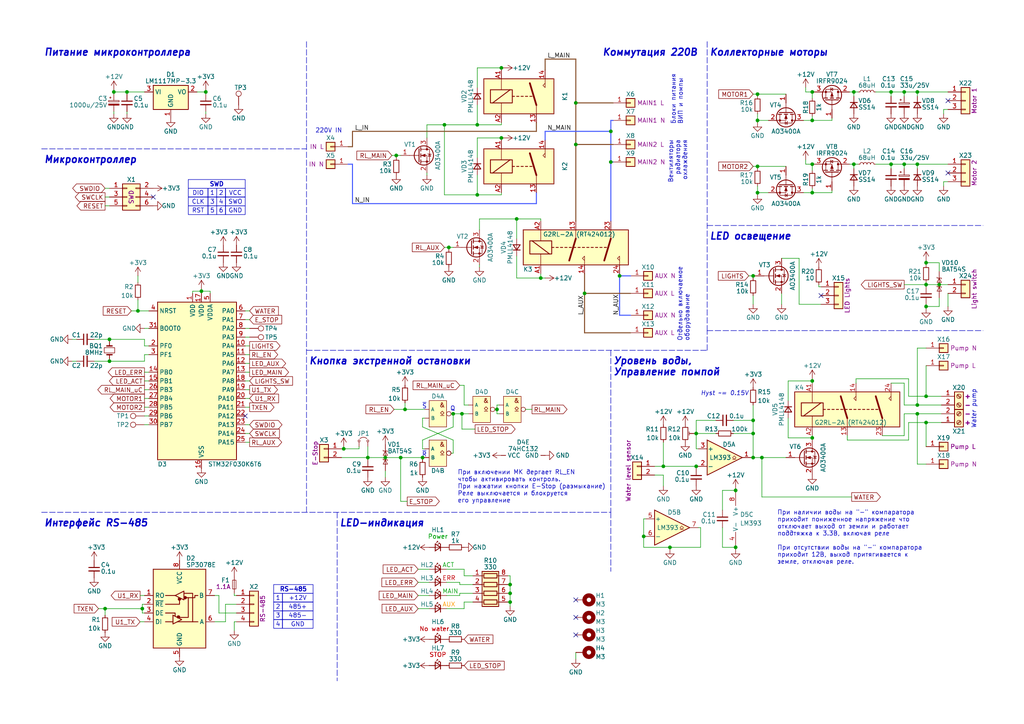
<source format=kicad_sch>
(kicad_sch
	(version 20231120)
	(generator "eeschema")
	(generator_version "8.0")
	(uuid "6450e7fa-7a31-4aa4-8e80-7e6cbe2452fc")
	(paper "A4")
	(title_block
		(title "RS485_Relay V2 module")
		(rev "2")
		(company "ООО \"Экросхим\"")
		(comment 1 "Anton Mukhin")
	)
	
	(junction
		(at 262.255 26.67)
		(diameter 0)
		(color 0 0 0 0)
		(uuid "025861c3-9559-4ee6-bd02-0a9dcb606de5")
	)
	(junction
		(at 266.065 47.625)
		(diameter 0)
		(color 0 0 0 0)
		(uuid "05ea3b54-db05-475d-8a61-c27f7472cb87")
	)
	(junction
		(at 235.585 34.925)
		(diameter 0)
		(color 0 0 0 0)
		(uuid "077cc5b7-ff23-4099-afa7-545f65105d99")
	)
	(junction
		(at 177.165 38.1)
		(diameter 0)
		(color 0 0 0 0)
		(uuid "0be94d74-4197-43a5-86bd-bc3c880a49b6")
	)
	(junction
		(at 219.71 55.88)
		(diameter 0)
		(color 0 0 0 0)
		(uuid "0c0c38bb-ac3c-4f33-b3d5-7001cf3cf660")
	)
	(junction
		(at 138.43 56.515)
		(diameter 0)
		(color 0 0 0 0)
		(uuid "0cd95bb8-82a0-46a1-911a-3d045eb8684f")
	)
	(junction
		(at 58.42 84.455)
		(diameter 0)
		(color 0 0 0 0)
		(uuid "0d0a0bc9-4b99-4e81-b380-c4ceadb79b11")
	)
	(junction
		(at 268.605 122.555)
		(diameter 0)
		(color 0 0 0 0)
		(uuid "0f5f9fd3-cad9-4fcc-a351-5391f31d8cf7")
	)
	(junction
		(at 268.605 88.9)
		(diameter 0)
		(color 0 0 0 0)
		(uuid "0fdc5ad0-973c-4080-80d6-9966388d9dd4")
	)
	(junction
		(at 235.585 26.67)
		(diameter 0)
		(color 0 0 0 0)
		(uuid "110b7e71-4eeb-4d1d-9c7c-47e1a96e68cc")
	)
	(junction
		(at 272.415 82.55)
		(diameter 0)
		(color 0 0 0 0)
		(uuid "187bc0b2-e2b5-4b43-8b92-3becff17f88d")
	)
	(junction
		(at 262.255 47.625)
		(diameter 0)
		(color 0 0 0 0)
		(uuid "1f3971c9-d882-427b-8124-4eaba1b5e5ca")
	)
	(junction
		(at 192.405 135.255)
		(diameter 0)
		(color 0 0 0 0)
		(uuid "2051fc95-f1ce-412d-a87f-2a94e6a96e67")
	)
	(junction
		(at 194.31 158.75)
		(diameter 0)
		(color 0 0 0 0)
		(uuid "2167fd11-485c-4c85-8740-09b45325c014")
	)
	(junction
		(at 258.445 47.625)
		(diameter 0)
		(color 0 0 0 0)
		(uuid "227cc3da-ee51-41c1-8f39-3066c60e2d00")
	)
	(junction
		(at 268.605 114.935)
		(diameter 0)
		(color 0 0 0 0)
		(uuid "236b0db4-28f3-4b6e-9461-70758d7bdc3b")
	)
	(junction
		(at 218.44 125.73)
		(diameter 0)
		(color 0 0 0 0)
		(uuid "27ea5af2-0afa-46e2-a598-2ba24dcc1ac9")
	)
	(junction
		(at 266.065 117.475)
		(diameter 0)
		(color 0 0 0 0)
		(uuid "293f9a76-8490-4fd0-98a0-e1c943a80e6e")
	)
	(junction
		(at 133.985 120.015)
		(diameter 0)
		(color 0 0 0 0)
		(uuid "2d1a3b91-6cdd-45aa-bc7e-5a1793bb6506")
	)
	(junction
		(at 213.36 142.24)
		(diameter 0)
		(color 0 0 0 0)
		(uuid "2e3c7c96-c41a-4fb8-8d7b-2bf0e5108e66")
	)
	(junction
		(at 147.955 169.545)
		(diameter 0)
		(color 0 0 0 0)
		(uuid "36a2ed52-0d63-4126-898c-85fe0410d891")
	)
	(junction
		(at 122.555 132.715)
		(diameter 0)
		(color 0 0 0 0)
		(uuid "37f93377-2764-4d49-9ab6-38d54ac507d2")
	)
	(junction
		(at 219.71 48.26)
		(diameter 0)
		(color 0 0 0 0)
		(uuid "39f20107-2c50-42ed-a7c4-57329dfe56fa")
	)
	(junction
		(at 220.98 132.715)
		(diameter 0)
		(color 0 0 0 0)
		(uuid "41555883-9cac-4116-8698-ba71ce74f7e4")
	)
	(junction
		(at 268.605 76.2)
		(diameter 0)
		(color 0 0 0 0)
		(uuid "43fc6e5f-fcc7-42af-8f7d-38b2562e4303")
	)
	(junction
		(at 235.585 47.625)
		(diameter 0)
		(color 0 0 0 0)
		(uuid "4a0c4f3b-15d0-461b-9b5b-5e6485cce6f4")
	)
	(junction
		(at 201.93 125.73)
		(diameter 0)
		(color 0 0 0 0)
		(uuid "4e3b8dc2-de67-49e5-abb0-3b2964777377")
	)
	(junction
		(at 99.695 130.175)
		(diameter 0)
		(color 0 0 0 0)
		(uuid "500bc291-74f5-404c-a54a-494e928b6b01")
	)
	(junction
		(at 147.955 172.085)
		(diameter 0)
		(color 0 0 0 0)
		(uuid "53022e14-a6b2-4687-8568-ed01bb0bc801")
	)
	(junction
		(at 149.86 63.5)
		(diameter 0)
		(color 0 0 0 0)
		(uuid "533a4b70-f71b-44d5-b4e3-3f2097299e9c")
	)
	(junction
		(at 218.44 132.715)
		(diameter 0)
		(color 0 0 0 0)
		(uuid "54bad2b4-13ca-4ccd-99ec-16651a6a77d5")
	)
	(junction
		(at 138.43 36.195)
		(diameter 0)
		(color 0 0 0 0)
		(uuid "55c7bdf3-5f8f-4771-9d1d-19fdb4d5c4ab")
	)
	(junction
		(at 31.75 98.425)
		(diameter 0)
		(color 0 0 0 0)
		(uuid "5b8f7dcc-5c75-4ac6-9d15-61476b3c3ab6")
	)
	(junction
		(at 128.905 36.195)
		(diameter 0)
		(color 0 0 0 0)
		(uuid "5d6c6750-430b-4bfe-b825-1b5354ce9c0f")
	)
	(junction
		(at 169.545 85.09)
		(diameter 0)
		(color 0 0 0 0)
		(uuid "65bf29da-2ed8-4872-8fd2-409bb2167fcd")
	)
	(junction
		(at 147.955 174.625)
		(diameter 0)
		(color 0 0 0 0)
		(uuid "66daeb34-ae29-4d79-939a-fe7740178441")
	)
	(junction
		(at 131.445 120.015)
		(diameter 0)
		(color 0 0 0 0)
		(uuid "67d5c6ea-8a2b-48fd-a4df-a2ed4dcd7647")
	)
	(junction
		(at 247.65 47.625)
		(diameter 0)
		(color 0 0 0 0)
		(uuid "6f042441-4e4f-4e2c-854b-fadc83e03487")
	)
	(junction
		(at 167.005 41.91)
		(diameter 0)
		(color 0 0 0 0)
		(uuid "7a74a676-8563-419b-871a-85105152586b")
	)
	(junction
		(at 30.48 176.53)
		(diameter 0)
		(color 0 0 0 0)
		(uuid "7b973aa7-967b-4d7c-a42d-226863a3855e")
	)
	(junction
		(at 218.44 80.01)
		(diameter 0)
		(color 0 0 0 0)
		(uuid "7e440e3a-3a2b-4310-a85d-704e207ca204")
	)
	(junction
		(at 33.02 26.67)
		(diameter 0)
		(color 0 0 0 0)
		(uuid "80103748-55ed-41b6-830a-41b5cae1ea4f")
	)
	(junction
		(at 41.275 176.53)
		(diameter 0)
		(color 0 0 0 0)
		(uuid "857ada16-b94d-4a33-95b4-1659a5c003cf")
	)
	(junction
		(at 111.76 132.715)
		(diameter 0)
		(color 0 0 0 0)
		(uuid "878ca46b-e5c5-42b7-b400-364d4b976d84")
	)
	(junction
		(at 268.605 82.55)
		(diameter 0)
		(color 0 0 0 0)
		(uuid "8916e602-afa6-4cba-adf2-1a6ae4a4e818")
	)
	(junction
		(at 247.65 26.67)
		(diameter 0)
		(color 0 0 0 0)
		(uuid "9070c74b-7696-4e92-93eb-79dd9f9bfd95")
	)
	(junction
		(at 201.93 135.255)
		(diameter 0)
		(color 0 0 0 0)
		(uuid "933f608a-7f52-47ea-b469-7b36181f332c")
	)
	(junction
		(at 130.175 71.755)
		(diameter 0)
		(color 0 0 0 0)
		(uuid "96d486fe-3702-4d60-a82f-e8ed9056080c")
	)
	(junction
		(at 116.205 132.715)
		(diameter 0)
		(color 0 0 0 0)
		(uuid "a1402cfd-4257-40d0-9e4a-6cc726dc085d")
	)
	(junction
		(at 266.065 120.015)
		(diameter 0)
		(color 0 0 0 0)
		(uuid "aaedd42c-4232-4c1f-93d2-69c5641e2ad6")
	)
	(junction
		(at 145.415 40.005)
		(diameter 0)
		(color 0 0 0 0)
		(uuid "b02e3344-22f9-42e7-866f-9e0b640cc9ac")
	)
	(junction
		(at 219.71 34.925)
		(diameter 0)
		(color 0 0 0 0)
		(uuid "b1393ca2-d170-4656-923e-9350fbbcec10")
	)
	(junction
		(at 59.69 26.67)
		(diameter 0)
		(color 0 0 0 0)
		(uuid "b62da96e-bb76-44fd-b2a1-0217c85053cd")
	)
	(junction
		(at 114.935 45.085)
		(diameter 0)
		(color 0 0 0 0)
		(uuid "bdfb88c2-9246-4b92-85b9-7d4fa2c8e2c0")
	)
	(junction
		(at 258.445 26.67)
		(diameter 0)
		(color 0 0 0 0)
		(uuid "bfac10f2-123d-488a-bc50-e2754c4c3ccd")
	)
	(junction
		(at 31.75 104.775)
		(diameter 0)
		(color 0 0 0 0)
		(uuid "c26f93a6-4f08-4fc2-b35b-6c12c5252821")
	)
	(junction
		(at 36.83 26.67)
		(diameter 0)
		(color 0 0 0 0)
		(uuid "c540ea47-b008-4fc7-802c-fd2fb31c75cc")
	)
	(junction
		(at 40.005 90.17)
		(diameter 0)
		(color 0 0 0 0)
		(uuid "c69ece61-cf8a-4a14-a080-5b124fc14304")
	)
	(junction
		(at 218.44 121.92)
		(diameter 0)
		(color 0 0 0 0)
		(uuid "caa25b21-7042-49b5-ba8e-e650c97121b1")
	)
	(junction
		(at 235.585 127)
		(diameter 0)
		(color 0 0 0 0)
		(uuid "cabf4744-c332-47ee-8f69-efbc1a99fbd1")
	)
	(junction
		(at 167.005 29.845)
		(diameter 0)
		(color 0 0 0 0)
		(uuid "cb998d4c-f26c-4459-abcd-12f57485ad6b")
	)
	(junction
		(at 177.165 46.99)
		(diameter 0)
		(color 0 0 0 0)
		(uuid "cbb40fd7-82dd-4cf5-bf6b-c000bf2d792f")
	)
	(junction
		(at 186.69 155.575)
		(diameter 0)
		(color 0 0 0 0)
		(uuid "cc605d83-b9bc-4e7b-85f5-4ff3119684c8")
	)
	(junction
		(at 144.145 118.745)
		(diameter 0)
		(color 0 0 0 0)
		(uuid "d31ee352-9853-40f1-a9e6-f711a7f6e079")
	)
	(junction
		(at 213.36 158.75)
		(diameter 0)
		(color 0 0 0 0)
		(uuid "d8578f05-a456-4a12-936b-72167241647f")
	)
	(junction
		(at 235.585 55.88)
		(diameter 0)
		(color 0 0 0 0)
		(uuid "db0d85a7-3928-429b-ae8a-a3e1f08e4e28")
	)
	(junction
		(at 179.705 80.01)
		(diameter 0)
		(color 0 0 0 0)
		(uuid "dc6b09a6-c221-4183-a6ac-89d66c1a8ba2")
	)
	(junction
		(at 145.415 19.685)
		(diameter 0)
		(color 0 0 0 0)
		(uuid "df8ba9ac-3cb7-4cae-ba74-a19d4fdf57d1")
	)
	(junction
		(at 235.585 110.49)
		(diameter 0)
		(color 0 0 0 0)
		(uuid "dfebfafd-ac40-415b-8d6f-168a5f120789")
	)
	(junction
		(at 156.845 80.645)
		(diameter 0)
		(color 0 0 0 0)
		(uuid "e2d4d49e-bfd8-41fd-a192-6a0451d0081b")
	)
	(junction
		(at 266.065 26.67)
		(diameter 0)
		(color 0 0 0 0)
		(uuid "e6dbe63b-48bb-4339-8bb7-c2978fe186fa")
	)
	(junction
		(at 106.68 132.715)
		(diameter 0)
		(color 0 0 0 0)
		(uuid "ead377f6-9f70-46d5-99a7-71cf222f7994")
	)
	(junction
		(at 117.475 118.745)
		(diameter 0)
		(color 0 0 0 0)
		(uuid "f09829d1-30a2-4b66-b1a1-f55c538c91a8")
	)
	(junction
		(at 219.71 27.305)
		(diameter 0)
		(color 0 0 0 0)
		(uuid "ffcdf3fd-3f76-49e3-aa46-7be728dc307c")
	)
	(no_connect
		(at 71.12 120.65)
		(uuid "03f8abea-e6c1-455c-84e4-6cd5273dad97")
	)
	(no_connect
		(at 167.005 184.15)
		(uuid "1c44ba37-14b3-405b-a54f-e7dcfcad7590")
	)
	(no_connect
		(at 238.125 85.725)
		(uuid "31a690ea-4b5b-43ad-9006-4510d71109a9")
	)
	(no_connect
		(at 44.45 57.15)
		(uuid "684d7b93-7724-429f-9672-a6aac24ff43d")
	)
	(no_connect
		(at 167.005 179.07)
		(uuid "96716cc6-9055-4b35-92d8-af019611fa49")
	)
	(no_connect
		(at 274.955 29.21)
		(uuid "d3831871-95b0-42eb-bd90-4b6bf35bc9ab")
	)
	(no_connect
		(at 274.955 50.165)
		(uuid "eb12b70a-10cd-4e3c-94e6-13cdb3dd8f57")
	)
	(no_connect
		(at 167.005 173.99)
		(uuid "f8836111-faf3-43b2-8065-b2ef53ec5bf3")
	)
	(wire
		(pts
			(xy 111.76 132.715) (xy 116.205 132.715)
		)
		(stroke
			(width 0)
			(type default)
		)
		(uuid "0087c397-f528-42ef-a7c1-acdd726555d9")
	)
	(wire
		(pts
			(xy 30.48 57.15) (xy 31.75 57.15)
		)
		(stroke
			(width 0)
			(type default)
		)
		(uuid "00b6dd6d-436d-4ce0-a32e-b73d035b4b02")
	)
	(wire
		(pts
			(xy 139.065 76.835) (xy 139.065 77.47)
		)
		(stroke
			(width 0)
			(type default)
		)
		(uuid "0127a94d-4374-4d4c-be2a-2d00bb563f3e")
	)
	(wire
		(pts
			(xy 201.93 135.255) (xy 202.565 135.255)
		)
		(stroke
			(width 0)
			(type default)
		)
		(uuid "02be5ec9-b021-4f94-b855-741a971830a5")
	)
	(wire
		(pts
			(xy 135.89 117.475) (xy 134.62 117.475)
		)
		(stroke
			(width 0)
			(type default)
		)
		(uuid "035dc596-e3ab-4253-9de6-17563127271c")
	)
	(wire
		(pts
			(xy 71.12 110.49) (xy 72.39 110.49)
		)
		(stroke
			(width 0)
			(type default)
		)
		(uuid "039410ce-cf4d-46f8-b718-73fdb47d6fdf")
	)
	(wire
		(pts
			(xy 218.44 85.725) (xy 218.44 88.265)
		)
		(stroke
			(width 0)
			(type default)
		)
		(uuid "040015b5-b357-4461-b05a-895138c15b93")
	)
	(wire
		(pts
			(xy 245.745 126.365) (xy 245.745 127.635)
		)
		(stroke
			(width 0)
			(type default)
		)
		(uuid "04155474-4984-4345-9fd9-7f0da614a137")
	)
	(wire
		(pts
			(xy 167.005 189.23) (xy 167.005 191.135)
		)
		(stroke
			(width 0)
			(type default)
		)
		(uuid "047109a4-8044-4b43-8813-c4cded0fffe5")
	)
	(wire
		(pts
			(xy 133.35 172.72) (xy 133.35 172.085)
		)
		(stroke
			(width 0)
			(type default)
		)
		(uuid "056c5ecb-4673-4d09-9185-b2dd7c23cb00")
	)
	(wire
		(pts
			(xy 30.48 176.53) (xy 41.275 176.53)
		)
		(stroke
			(width 0)
			(type default)
		)
		(uuid "05d85703-ced6-42c8-a0a4-fe022770cba4")
	)
	(wire
		(pts
			(xy 194.31 158.75) (xy 194.31 159.385)
		)
		(stroke
			(width 0)
			(type default)
		)
		(uuid "06a89d01-6bd4-4175-87b2-1fcd403c729e")
	)
	(wire
		(pts
			(xy 149.86 74.295) (xy 149.86 80.645)
		)
		(stroke
			(width 0)
			(type default)
		)
		(uuid "06bfd472-3e76-4bd9-b783-71d69b231475")
	)
	(wire
		(pts
			(xy 68.58 180.34) (xy 67.945 180.34)
		)
		(stroke
			(width 0)
			(type default)
		)
		(uuid "08bf49bc-949f-4c3e-8f40-c89978628c39")
	)
	(wire
		(pts
			(xy 133.35 169.545) (xy 137.16 169.545)
		)
		(stroke
			(width 0)
			(type default)
		)
		(uuid "09084143-c152-4d14-9cde-2875a560dc3e")
	)
	(wire
		(pts
			(xy 209.55 153.035) (xy 209.55 158.75)
		)
		(stroke
			(width 0)
			(type default)
		)
		(uuid "0a853dc6-dd2a-437b-a440-87521a88cf43")
	)
	(wire
		(pts
			(xy 106.68 132.715) (xy 106.68 133.35)
		)
		(stroke
			(width 0)
			(type default)
		)
		(uuid "0a976d54-7133-42b0-96e4-ea2b8a2cc022")
	)
	(wire
		(pts
			(xy 36.83 26.67) (xy 41.91 26.67)
		)
		(stroke
			(width 0)
			(type default)
		)
		(uuid "0aac398f-a3c9-4277-b714-3dff0b7b2fc8")
	)
	(wire
		(pts
			(xy 262.255 126.365) (xy 262.255 120.015)
		)
		(stroke
			(width 0)
			(type default)
		)
		(uuid "0b8f9e17-8cce-42c6-b8dd-dc8146f3f165")
	)
	(wire
		(pts
			(xy 118.11 145.415) (xy 116.205 145.415)
		)
		(stroke
			(width 0)
			(type default)
		)
		(uuid "0c014cbf-60e8-4deb-b8a0-4538efb5db7a")
	)
	(wire
		(pts
			(xy 266.065 117.475) (xy 273.05 117.475)
		)
		(stroke
			(width 0)
			(type default)
		)
		(uuid "0ce04c61-c60f-4cfb-bf55-590783100c57")
	)
	(wire
		(pts
			(xy 147.32 169.545) (xy 147.955 169.545)
		)
		(stroke
			(width 0)
			(type default)
		)
		(uuid "0d09c338-b37f-46e3-b77c-ae4bcd93c8f6")
	)
	(polyline
		(pts
			(xy 88.9 12.065) (xy 88.9 148.59)
		)
		(stroke
			(width 0)
			(type dash)
		)
		(uuid "0df5bca9-5c26-4f85-9f2d-852a70bd0685")
	)
	(wire
		(pts
			(xy 262.255 117.475) (xy 266.065 117.475)
		)
		(stroke
			(width 0)
			(type default)
		)
		(uuid "0edeeff1-4a45-44cc-93d7-665a2028f2bf")
	)
	(wire
		(pts
			(xy 268.605 134.62) (xy 266.065 134.62)
		)
		(stroke
			(width 0)
			(type default)
		)
		(uuid "0f1b1797-6c66-4d5a-be42-1e1cf8f1d0d5")
	)
	(wire
		(pts
			(xy 41.91 104.775) (xy 31.75 104.775)
		)
		(stroke
			(width 0)
			(type default)
		)
		(uuid "0f79eee7-bcf2-4b1b-9087-ff8e92ab9861")
	)
	(wire
		(pts
			(xy 228.6 121.285) (xy 228.6 127)
		)
		(stroke
			(width 0)
			(type default)
		)
		(uuid "12176ba6-4a54-41b2-bece-0a02fe2b49c4")
	)
	(wire
		(pts
			(xy 233.045 55.88) (xy 235.585 55.88)
		)
		(stroke
			(width 0)
			(type default)
		)
		(uuid "123a1267-58f1-4fd3-ae03-42297840b3ce")
	)
	(wire
		(pts
			(xy 147.955 174.625) (xy 147.955 175.895)
		)
		(stroke
			(width 0)
			(type default)
		)
		(uuid "12d537bf-e329-4383-8179-4d6d5bef6387")
	)
	(wire
		(pts
			(xy 138.43 45.72) (xy 138.43 40.005)
		)
		(stroke
			(width 0)
			(type default)
		)
		(uuid "12d7248f-4b18-4f13-8c77-1634e091e700")
	)
	(wire
		(pts
			(xy 167.005 17.145) (xy 167.005 29.845)
		)
		(stroke
			(width 0.3)
			(type default)
			(color 136 81 44 1)
		)
		(uuid "13cb3e7b-2f39-427f-bbcc-9f2a539ddf72")
	)
	(wire
		(pts
			(xy 134.62 111.76) (xy 133.35 111.76)
		)
		(stroke
			(width 0)
			(type default)
		)
		(uuid "13db0860-7d38-407c-99d7-551a3bfcd905")
	)
	(wire
		(pts
			(xy 20.955 98.425) (xy 22.225 98.425)
		)
		(stroke
			(width 0)
			(type default)
		)
		(uuid "1419981e-88bf-4db6-b1db-ab5777992550")
	)
	(wire
		(pts
			(xy 59.69 26.67) (xy 59.69 27.305)
		)
		(stroke
			(width 0)
			(type default)
		)
		(uuid "1477ee0f-c249-411e-a382-ca1ec47e4edd")
	)
	(wire
		(pts
			(xy 41.91 98.425) (xy 31.75 98.425)
		)
		(stroke
			(width 0)
			(type default)
		)
		(uuid "15029913-33db-498e-b216-9fb60a7b72f0")
	)
	(wire
		(pts
			(xy 201.93 121.92) (xy 201.93 125.73)
		)
		(stroke
			(width 0)
			(type default)
		)
		(uuid "160541d6-d991-4aa3-b659-09c666c96545")
	)
	(wire
		(pts
			(xy 145.415 19.685) (xy 145.415 20.32)
		)
		(stroke
			(width 0)
			(type default)
		)
		(uuid "166338aa-4e3b-4f51-b567-4f99a0042745")
	)
	(wire
		(pts
			(xy 247.65 47.625) (xy 247.65 48.895)
		)
		(stroke
			(width 0)
			(type default)
		)
		(uuid "17007c84-cfc1-4253-8728-4f744ac2a149")
	)
	(wire
		(pts
			(xy 192.405 137.795) (xy 192.405 140.97)
		)
		(stroke
			(width 0)
			(type default)
		)
		(uuid "17d9b1b6-6c2d-46eb-b69a-1d98ee0826fb")
	)
	(wire
		(pts
			(xy 231.775 74.93) (xy 226.695 74.93)
		)
		(stroke
			(width 0)
			(type default)
		)
		(uuid "1837ad3e-570d-4b00-99e5-63c9573acc2d")
	)
	(wire
		(pts
			(xy 272.415 78.74) (xy 272.415 76.2)
		)
		(stroke
			(width 0)
			(type default)
		)
		(uuid "1925b013-8e8d-4ffb-99d1-2a3bb7f6d550")
	)
	(wire
		(pts
			(xy 235.585 26.67) (xy 236.22 26.67)
		)
		(stroke
			(width 0)
			(type default)
		)
		(uuid "1b1acf1b-47b3-4766-a109-55f9b7ea8341")
	)
	(wire
		(pts
			(xy 71.12 100.33) (xy 72.39 100.33)
		)
		(stroke
			(width 0)
			(type default)
		)
		(uuid "1b6f73a7-7126-47d7-8ad6-9570e460c61a")
	)
	(wire
		(pts
			(xy 235.585 126.365) (xy 235.585 127)
		)
		(stroke
			(width 0)
			(type default)
		)
		(uuid "1c271aac-4ec3-43e9-a766-e3a52872b154")
	)
	(wire
		(pts
			(xy 218.44 48.26) (xy 219.71 48.26)
		)
		(stroke
			(width 0)
			(type default)
		)
		(uuid "1d23b895-4f35-4397-a268-f72f0114a51f")
	)
	(wire
		(pts
			(xy 71.12 123.19) (xy 72.39 123.19)
		)
		(stroke
			(width 0)
			(type default)
		)
		(uuid "1df18233-294b-4e69-b9ab-13113479077b")
	)
	(wire
		(pts
			(xy 43.18 102.87) (xy 41.91 102.87)
		)
		(stroke
			(width 0)
			(type default)
		)
		(uuid "1e47a892-eaf6-495e-a803-5e7f85b050a7")
	)
	(wire
		(pts
			(xy 28.575 176.53) (xy 30.48 176.53)
		)
		(stroke
			(width 0)
			(type default)
		)
		(uuid "1e81dc6a-26e3-490d-ac33-dd1398cece90")
	)
	(wire
		(pts
			(xy 231.775 88.265) (xy 231.775 74.93)
		)
		(stroke
			(width 0)
			(type default)
		)
		(uuid "2025d6cd-e377-49c6-be1d-5c645c4db21b")
	)
	(wire
		(pts
			(xy 102.235 59.055) (xy 102.235 47.625)
		)
		(stroke
			(width 0.3)
			(type default)
			(color 71 92 255 1)
		)
		(uuid "207c98a0-878d-4842-bd2b-fbdcb7e9b013")
	)
	(wire
		(pts
			(xy 68.58 172.72) (xy 67.945 172.72)
		)
		(stroke
			(width 0)
			(type default)
		)
		(uuid "2269f297-920d-4853-b6af-0344ca220164")
	)
	(wire
		(pts
			(xy 274.955 52.705) (xy 273.685 52.705)
		)
		(stroke
			(width 0)
			(type default)
		)
		(uuid "22a6a1d7-9c18-4e53-8439-0f528505a962")
	)
	(wire
		(pts
			(xy 67.945 180.34) (xy 67.945 182.88)
		)
		(stroke
			(width 0)
			(type default)
		)
		(uuid "232481bf-fde3-48ad-8c36-47b49ba9314d")
	)
	(wire
		(pts
			(xy 177.165 46.99) (xy 177.165 64.135)
		)
		(stroke
			(width 0.3)
			(type default)
			(color 71 92 255 1)
		)
		(uuid "23c4c183-5196-4ad3-8917-ab3a5b65235c")
	)
	(wire
		(pts
			(xy 152.4 118.745) (xy 154.305 118.745)
		)
		(stroke
			(width 0)
			(type default)
		)
		(uuid "23eec670-03f3-4416-9740-c83aad4d2fb0")
	)
	(wire
		(pts
			(xy 247.015 144.145) (xy 220.98 144.145)
		)
		(stroke
			(width 0)
			(type default)
		)
		(uuid "23f20a31-404e-4134-9d1e-8b5d4e912506")
	)
	(wire
		(pts
			(xy 233.045 34.925) (xy 235.585 34.925)
		)
		(stroke
			(width 0)
			(type default)
		)
		(uuid "2548f921-b2b7-454d-8a1f-692da923f004")
	)
	(wire
		(pts
			(xy 218.44 80.01) (xy 218.44 80.645)
		)
		(stroke
			(width 0)
			(type default)
		)
		(uuid "2666ef53-0e18-4d64-9516-0bf12c479c20")
	)
	(wire
		(pts
			(xy 31.75 98.425) (xy 31.75 99.06)
		)
		(stroke
			(width 0)
			(type default)
		)
		(uuid "268518ad-e8fd-4cdd-bc31-61ff944e1f40")
	)
	(wire
		(pts
			(xy 219.71 48.26) (xy 227.965 48.26)
		)
		(stroke
			(width 0)
			(type default)
		)
		(uuid "271ff14e-a9a0-4842-8b72-2f84a917eaf3")
	)
	(wire
		(pts
			(xy 235.585 127) (xy 235.585 127.635)
		)
		(stroke
			(width 0)
			(type default)
		)
		(uuid "29071455-d5ff-46cc-929c-e299a5e8be09")
	)
	(wire
		(pts
			(xy 129.54 165.1) (xy 134.62 165.1)
		)
		(stroke
			(width 0)
			(type default)
		)
		(uuid "29ac071c-2081-4f70-83a0-542bdf7b9db9")
	)
	(wire
		(pts
			(xy 155.575 38.1) (xy 102.235 38.1)
		)
		(stroke
			(width 0.3)
			(type default)
			(color 136 81 44 1)
		)
		(uuid "2a583fc8-5844-48c7-a0a9-d13229de2da4")
	)
	(wire
		(pts
			(xy 263.525 109.855) (xy 263.525 114.935)
		)
		(stroke
			(width 0)
			(type default)
		)
		(uuid "2c38ca7b-c644-4b12-8e81-4a3d9a6c2571")
	)
	(wire
		(pts
			(xy 38.1 90.17) (xy 40.005 90.17)
		)
		(stroke
			(width 0)
			(type default)
		)
		(uuid "2c38d587-cc4f-441b-9863-712b2d508a2f")
	)
	(wire
		(pts
			(xy 158.115 38.1) (xy 177.165 38.1)
		)
		(stroke
			(width 0.3)
			(type default)
			(color 71 92 255 1)
		)
		(uuid "2cecdb9a-d259-40d5-9d6e-83d46f29f300")
	)
	(wire
		(pts
			(xy 258.445 47.625) (xy 258.445 48.895)
		)
		(stroke
			(width 0)
			(type default)
		)
		(uuid "2d057875-ccf2-4298-b333-380e3eba14d0")
	)
	(wire
		(pts
			(xy 207.645 121.92) (xy 201.93 121.92)
		)
		(stroke
			(width 0)
			(type default)
		)
		(uuid "2d78fefa-e62f-41ed-ac94-72d24a5450e4")
	)
	(wire
		(pts
			(xy 144.145 117.475) (xy 144.78 117.475)
		)
		(stroke
			(width 0)
			(type default)
		)
		(uuid "2df62fbf-5507-46a8-b940-07f3af28b595")
	)
	(wire
		(pts
			(xy 41.91 115.57) (xy 43.18 115.57)
		)
		(stroke
			(width 0)
			(type default)
		)
		(uuid "2f86537e-afb2-48c2-9a0f-1a81b5c37a9b")
	)
	(wire
		(pts
			(xy 30.48 54.61) (xy 31.75 54.61)
		)
		(stroke
			(width 0)
			(type default)
		)
		(uuid "301684d8-09d6-4759-bbdd-173ee1a0597a")
	)
	(wire
		(pts
			(xy 40.005 86.995) (xy 40.005 90.17)
		)
		(stroke
			(width 0)
			(type default)
		)
		(uuid "304f4f5a-b256-4752-9b0e-640b9f5a6a37")
	)
	(wire
		(pts
			(xy 268.605 122.555) (xy 273.05 122.555)
		)
		(stroke
			(width 0)
			(type default)
		)
		(uuid "30e71616-9ae5-443f-a370-accdb2fffd86")
	)
	(wire
		(pts
			(xy 149.86 63.5) (xy 156.845 63.5)
		)
		(stroke
			(width 0)
			(type default)
		)
		(uuid "311a0e8e-1260-4d95-8fcd-0bf529c9f379")
	)
	(wire
		(pts
			(xy 233.68 25.4) (xy 233.68 26.67)
		)
		(stroke
			(width 0)
			(type default)
		)
		(uuid "313adca8-0e6b-47dc-ba38-9e0b7f573117")
	)
	(wire
		(pts
			(xy 258.445 111.125) (xy 262.255 111.125)
		)
		(stroke
			(width 0)
			(type default)
		)
		(uuid "3140fe28-db81-4e64-952a-3c17cd55cb3c")
	)
	(wire
		(pts
			(xy 57.15 26.67) (xy 59.69 26.67)
		)
		(stroke
			(width 0)
			(type default)
		)
		(uuid "31ae2781-f7b0-46d5-aaed-883848cb20df")
	)
	(wire
		(pts
			(xy 177.165 38.1) (xy 177.165 46.99)
		)
		(stroke
			(width 0.3)
			(type default)
			(color 71 92 255 1)
		)
		(uuid "33222966-41cf-4aa2-870a-775d0910186d")
	)
	(wire
		(pts
			(xy 71.12 97.79) (xy 72.39 97.79)
		)
		(stroke
			(width 0)
			(type default)
		)
		(uuid "34aa6a88-7b00-4893-8905-6f101bf6ffdd")
	)
	(wire
		(pts
			(xy 41.91 110.49) (xy 43.18 110.49)
		)
		(stroke
			(width 0)
			(type default)
		)
		(uuid "35e0aadf-ad93-462c-98e4-5d2dd9c3f490")
	)
	(wire
		(pts
			(xy 71.12 107.95) (xy 72.39 107.95)
		)
		(stroke
			(width 0)
			(type default)
		)
		(uuid "36b52cc7-e3ba-4c09-9df9-5a0b999472bd")
	)
	(wire
		(pts
			(xy 268.605 114.935) (xy 273.05 114.935)
		)
		(stroke
			(width 0)
			(type default)
		)
		(uuid "373822e3-5a97-4dad-a253-ddc3b793d064")
	)
	(wire
		(pts
			(xy 177.165 34.925) (xy 177.165 38.1)
		)
		(stroke
			(width 0.3)
			(type default)
			(color 71 92 255 1)
		)
		(uuid "37412a9b-3b26-4b3e-b60c-0305e2b92acb")
	)
	(wire
		(pts
			(xy 263.525 127.635) (xy 263.525 122.555)
		)
		(stroke
			(width 0)
			(type default)
		)
		(uuid "376bca86-867e-4d53-852c-42d2f56c4e61")
	)
	(wire
		(pts
			(xy 268.605 81.915) (xy 268.605 82.55)
		)
		(stroke
			(width 0)
			(type default)
		)
		(uuid "38ebca48-4df0-4240-a15f-c3fc957bc2d5")
	)
	(wire
		(pts
			(xy 272.415 76.2) (xy 268.605 76.2)
		)
		(stroke
			(width 0)
			(type default)
		)
		(uuid "3931c579-0c9a-4623-973a-d2ef2654ef04")
	)
	(wire
		(pts
			(xy 219.71 34.925) (xy 222.885 34.925)
		)
		(stroke
			(width 0)
			(type default)
		)
		(uuid "39379aa3-2552-42d3-843f-7f19e25667ba")
	)
	(wire
		(pts
			(xy 133.985 124.46) (xy 133.985 120.015)
		)
		(stroke
			(width 0)
			(type default)
		)
		(uuid "395a4b76-048b-4f4e-aba9-cb12586957de")
	)
	(wire
		(pts
			(xy 71.12 115.57) (xy 72.39 115.57)
		)
		(stroke
			(width 0)
			(type default)
		)
		(uuid "39d40975-8197-4c2b-a312-2c27eda6798c")
	)
	(wire
		(pts
			(xy 158.115 38.1) (xy 158.115 40.64)
		)
		(stroke
			(width 0.3)
			(type default)
			(color 71 92 255 1)
		)
		(uuid "3baa2eed-40a7-4c3f-a5b1-0b26f695c977")
	)
	(wire
		(pts
			(xy 68.58 177.8) (xy 63.5 177.8)
		)
		(stroke
			(width 0)
			(type default)
		)
		(uuid "3d019a5a-36ba-46dd-b2d0-93bbb6a31dc4")
	)
	(wire
		(pts
			(xy 245.745 127.635) (xy 263.525 127.635)
		)
		(stroke
			(width 0)
			(type default)
		)
		(uuid "3fbcd283-7830-480e-85cd-7cba1be4230a")
	)
	(wire
		(pts
			(xy 67.945 172.72) (xy 67.945 172.085)
		)
		(stroke
			(width 0)
			(type default)
		)
		(uuid "3ffce9ea-6a9c-4605-bd4a-eafd6ddb5e31")
	)
	(wire
		(pts
			(xy 156.845 63.5) (xy 156.845 64.135)
		)
		(stroke
			(width 0)
			(type default)
		)
		(uuid "4000d0d4-3720-4515-9bf6-b60cb47ebb5d")
	)
	(wire
		(pts
			(xy 167.005 29.845) (xy 177.8 29.845)
		)
		(stroke
			(width 0.3)
			(type default)
			(color 136 81 44 1)
		)
		(uuid "40b59981-6f35-4443-af07-2374e49aa43e")
	)
	(wire
		(pts
			(xy 122.555 121.285) (xy 122.555 123.825)
		)
		(stroke
			(width 0)
			(type default)
		)
		(uuid "4132ff43-cd91-4b3d-843a-a8ca17d78f89")
	)
	(wire
		(pts
			(xy 139.065 63.5) (xy 149.86 63.5)
		)
		(stroke
			(width 0)
			(type default)
		)
		(uuid "4134e379-48a7-49e1-a2be-348d77cc34ff")
	)
	(wire
		(pts
			(xy 59.69 32.385) (xy 59.69 33.02)
		)
		(stroke
			(width 0)
			(type default)
		)
		(uuid "42887598-d59a-4185-8612-8657061760b6")
	)
	(wire
		(pts
			(xy 41.91 113.03) (xy 43.18 113.03)
		)
		(stroke
			(width 0)
			(type default)
		)
		(uuid "44b6fe80-91ab-43e9-a632-867442d8f3b4")
	)
	(wire
		(pts
			(xy 149.86 69.215) (xy 149.86 63.5)
		)
		(stroke
			(width 0)
			(type default)
		)
		(uuid "44d5cafb-d473-466c-8b81-8e82839d8829")
	)
	(wire
		(pts
			(xy 209.55 142.24) (xy 213.36 142.24)
		)
		(stroke
			(width 0)
			(type default)
		)
		(uuid "44ef3b3f-9bc1-49da-8c34-cc97a71e22be")
	)
	(wire
		(pts
			(xy 41.91 123.19) (xy 43.18 123.19)
		)
		(stroke
			(width 0)
			(type default)
		)
		(uuid "45820cd6-08f6-4824-980d-1f569f0327ad")
	)
	(wire
		(pts
			(xy 134.62 176.53) (xy 134.62 174.625)
		)
		(stroke
			(width 0)
			(type default)
		)
		(uuid "45f8731c-3f36-4c35-b2eb-90fe14eeb5bb")
	)
	(wire
		(pts
			(xy 217.17 80.01) (xy 218.44 80.01)
		)
		(stroke
			(width 0)
			(type default)
		)
		(uuid "466a55a9-ee42-4c7c-be78-54216c47c7a4")
	)
	(wire
		(pts
			(xy 20.955 104.775) (xy 22.225 104.775)
		)
		(stroke
			(width 0)
			(type default)
		)
		(uuid "480c20a0-9ddd-41b0-a9cb-60485c9e28c8")
	)
	(wire
		(pts
			(xy 58.42 83.82) (xy 58.42 84.455)
		)
		(stroke
			(width 0)
			(type default)
		)
		(uuid "488548fb-d2dc-44b0-8bb4-71620ba7080f")
	)
	(wire
		(pts
			(xy 235.585 54.61) (xy 235.585 55.88)
		)
		(stroke
			(width 0)
			(type default)
		)
		(uuid "492d00f2-58e2-45f1-81f5-f0e5ec09d003")
	)
	(wire
		(pts
			(xy 58.42 84.455) (xy 60.96 84.455)
		)
		(stroke
			(width 0)
			(type default)
		)
		(uuid "4938b4f9-ea85-4690-8900-64894491e7a5")
	)
	(wire
		(pts
			(xy 138.43 36.195) (xy 145.415 36.195)
		)
		(stroke
			(width 0)
			(type default)
		)
		(uuid "49ea047e-e6de-4579-9349-6a8ae9b32050")
	)
	(wire
		(pts
			(xy 130.175 71.755) (xy 131.445 71.755)
		)
		(stroke
			(width 0)
			(type default)
		)
		(uuid "4aa946cb-bf25-46f7-826c-293c98fbe0e3")
	)
	(wire
		(pts
			(xy 268.605 82.55) (xy 272.415 82.55)
		)
		(stroke
			(width 0)
			(type default)
		)
		(uuid "4b303469-8f29-41cb-94c8-30c9f782305b")
	)
	(wire
		(pts
			(xy 144.145 118.745) (xy 144.145 117.475)
		)
		(stroke
			(width 0)
			(type default)
		)
		(uuid "4c197d5c-674a-4b92-8abd-1345ada09b83")
	)
	(wire
		(pts
			(xy 218.44 132.715) (xy 218.44 125.73)
		)
		(stroke
			(width 0)
			(type default)
		)
		(uuid "4c6e91fd-a1d4-495b-9c2b-f93b0ced2240")
	)
	(wire
		(pts
			(xy 71.12 118.11) (xy 72.39 118.11)
		)
		(stroke
			(width 0)
			(type default)
		)
		(uuid "4c75a68f-9e52-420b-8b84-83c1a66ee899")
	)
	(wire
		(pts
			(xy 219.71 55.88) (xy 219.71 53.975)
		)
		(stroke
			(width 0)
			(type default)
		)
		(uuid "4c9293f3-ecfd-4871-bd83-b95ca7695dbb")
	)
	(wire
		(pts
			(xy 179.705 79.375) (xy 179.705 80.01)
		)
		(stroke
			(width 0.3)
			(type default)
			(color 71 92 255 1)
		)
		(uuid "4d73b166-ceff-4b25-b465-e4537ccc1bcc")
	)
	(wire
		(pts
			(xy 131.445 127.635) (xy 131.445 131.445)
		)
		(stroke
			(width 0)
			(type default)
		)
		(uuid "4d87ed5f-0ef1-48e0-ace6-73b7707252a9")
	)
	(wire
		(pts
			(xy 201.93 135.255) (xy 201.93 135.89)
		)
		(stroke
			(width 0)
			(type default)
		)
		(uuid "4e2d7d1d-ecdc-48e4-a942-2a1168097261")
	)
	(wire
		(pts
			(xy 130.175 71.755) (xy 130.175 72.39)
		)
		(stroke
			(width 0)
			(type default)
		)
		(uuid "4ec03816-8260-4a72-abd6-e5c7a4489bda")
	)
	(wire
		(pts
			(xy 201.295 125.73) (xy 201.93 125.73)
		)
		(stroke
			(width 0)
			(type default)
		)
		(uuid "4f80a63c-ed22-4a76-bdaa-f60b863c9a8a")
	)
	(wire
		(pts
			(xy 33.02 26.035) (xy 33.02 26.67)
		)
		(stroke
			(width 0)
			(type default)
		)
		(uuid "4f9d2a4b-73c0-48d7-86e0-af0f123e4b05")
	)
	(wire
		(pts
			(xy 231.775 88.265) (xy 238.125 88.265)
		)
		(stroke
			(width 0)
			(type default)
		)
		(uuid "502ecd8a-424d-4318-a8b7-a1cec5f79268")
	)
	(wire
		(pts
			(xy 117.475 118.745) (xy 123.19 118.745)
		)
		(stroke
			(width 0)
			(type default)
		)
		(uuid "50d899df-96c7-4ec0-b8e4-00449f2243f3")
	)
	(wire
		(pts
			(xy 219.71 35.56) (xy 219.71 34.925)
		)
		(stroke
			(width 0)
			(type default)
		)
		(uuid "51374a7f-a2b3-4c12-b4ef-6f53c52dbc5a")
	)
	(wire
		(pts
			(xy 40.64 172.72) (xy 41.91 172.72)
		)
		(stroke
			(width 0)
			(type default)
		)
		(uuid "522d026c-fa15-4e72-a6ae-ab60ed302773")
	)
	(wire
		(pts
			(xy 147.955 169.545) (xy 147.955 172.085)
		)
		(stroke
			(width 0)
			(type default)
		)
		(uuid "53af094c-3b85-4443-b1cb-f22e2537335b")
	)
	(wire
		(pts
			(xy 186.69 155.575) (xy 187.325 155.575)
		)
		(stroke
			(width 0)
			(type default)
		)
		(uuid "53ecba46-e1e6-4493-9aef-ae5da9d0a1c0")
	)
	(wire
		(pts
			(xy 104.14 130.175) (xy 99.695 130.175)
		)
		(stroke
			(width 0)
			(type default)
		)
		(uuid "544a5058-37cc-4756-b221-82db5dccd6ac")
	)
	(wire
		(pts
			(xy 186.69 150.495) (xy 186.69 155.575)
		)
		(stroke
			(width 0)
			(type default)
		)
		(uuid "546a8ea6-1b1b-4794-8d3d-7194548e7f7a")
	)
	(wire
		(pts
			(xy 40.005 80.01) (xy 40.005 81.915)
		)
		(stroke
			(width 0)
			(type default)
		)
		(uuid "54dd2fc5-6816-46be-966d-b9f61f9752dc")
	)
	(wire
		(pts
			(xy 266.065 134.62) (xy 266.065 120.015)
		)
		(stroke
			(width 0)
			(type default)
		)
		(uuid "55c3949e-17df-4067-a798-b1363c14f695")
	)
	(wire
		(pts
			(xy 123.825 36.195) (xy 128.905 36.195)
		)
		(stroke
			(width 0)
			(type default)
		)
		(uuid "56190ca3-f77d-40bc-8ea3-171cda205f27")
	)
	(wire
		(pts
			(xy 145.415 36.195) (xy 145.415 35.56)
		)
		(stroke
			(width 0)
			(type default)
		)
		(uuid "565f7233-bba9-40bd-94c1-79d796ad9051")
	)
	(polyline
		(pts
			(xy 205.105 12.065) (xy 205.105 95.885)
		)
		(stroke
			(width 0)
			(type dash)
		)
		(uuid "56fc567d-a8f4-493b-802d-10931682c0a2")
	)
	(wire
		(pts
			(xy 169.545 85.09) (xy 169.545 96.52)
		)
		(stroke
			(width 0.3)
			(type default)
			(color 136 81 44 1)
		)
		(uuid "5705eacb-cd84-4962-b3f8-ad6c022e80ce")
	)
	(wire
		(pts
			(xy 43.18 100.33) (xy 41.91 100.33)
		)
		(stroke
			(width 0)
			(type default)
		)
		(uuid "5732fba2-e5b6-456b-927f-7ceeb24b678c")
	)
	(wire
		(pts
			(xy 228.6 116.205) (xy 228.6 110.49)
		)
		(stroke
			(width 0)
			(type default)
		)
		(uuid "57d09f04-8117-4a3d-8c84-4c55ae48a135")
	)
	(wire
		(pts
			(xy 33.02 32.385) (xy 33.02 33.02)
		)
		(stroke
			(width 0)
			(type default)
		)
		(uuid "57d415d5-10e1-4aa7-9003-88550209902e")
	)
	(wire
		(pts
			(xy 241.3 34.29) (xy 241.3 34.925)
		)
		(stroke
			(width 0)
			(type default)
		)
		(uuid "5812ebd9-5bbb-4de6-90be-1eba77c34972")
	)
	(wire
		(pts
			(xy 41.91 120.65) (xy 43.18 120.65)
		)
		(stroke
			(width 0)
			(type default)
		)
		(uuid "58c8eb8b-ab9f-41c8-b858-4709cff7e852")
	)
	(wire
		(pts
			(xy 71.12 125.73) (xy 72.39 125.73)
		)
		(stroke
			(width 0)
			(type default)
		)
		(uuid "596a4b30-7f01-4264-a8f7-3a8d6b468531")
	)
	(wire
		(pts
			(xy 102.235 42.545) (xy 100.965 42.545)
		)
		(stroke
			(width 0.3)
			(type default)
			(color 136 81 44 1)
		)
		(uuid "5a0683eb-270f-4bfa-a7d2-3b5dec713527")
	)
	(wire
		(pts
			(xy 147.955 167.005) (xy 147.955 169.545)
		)
		(stroke
			(width 0)
			(type default)
		)
		(uuid "5a242407-16a2-4bcd-8c6c-ba7573d8f1cf")
	)
	(wire
		(pts
			(xy 262.255 26.67) (xy 262.255 27.94)
		)
		(stroke
			(width 0)
			(type default)
		)
		(uuid "5abdd6ea-48eb-41c3-ba24-83398af6370a")
	)
	(wire
		(pts
			(xy 254 47.625) (xy 258.445 47.625)
		)
		(stroke
			(width 0)
			(type default)
		)
		(uuid "5aff0ad4-5dd3-43c4-8519-d1f4b9c0ac8a")
	)
	(wire
		(pts
			(xy 262.255 82.55) (xy 268.605 82.55)
		)
		(stroke
			(width 0)
			(type default)
		)
		(uuid "5b05797f-a2e7-474a-ab65-a30c4ca810b0")
	)
	(wire
		(pts
			(xy 272.415 88.9) (xy 268.605 88.9)
		)
		(stroke
			(width 0)
			(type default)
		)
		(uuid "5b0e2029-a423-4c2c-a5cc-d8432085ab01")
	)
	(wire
		(pts
			(xy 30.48 59.69) (xy 31.75 59.69)
		)
		(stroke
			(width 0)
			(type default)
		)
		(uuid "5b79d467-9504-44f9-bbec-f2e16eaa4153")
	)
	(wire
		(pts
			(xy 134.62 117.475) (xy 134.62 111.76)
		)
		(stroke
			(width 0)
			(type default)
		)
		(uuid "5c654d2e-0582-4dd0-b8a8-8b0e93fa5ca1")
	)
	(wire
		(pts
			(xy 102.235 38.1) (xy 102.235 42.545)
		)
		(stroke
			(width 0.3)
			(type default)
			(color 136 81 44 1)
		)
		(uuid "5c852846-714e-40db-8388-356907814dc9")
	)
	(wire
		(pts
			(xy 99.06 132.715) (xy 106.68 132.715)
		)
		(stroke
			(width 0)
			(type default)
		)
		(uuid "5d0e0163-73ee-4b62-be27-0081be5be441")
	)
	(wire
		(pts
			(xy 213.36 158.75) (xy 213.36 158.115)
		)
		(stroke
			(width 0)
			(type default)
		)
		(uuid "5f67ae0f-eba6-41c7-993f-6ef436d7795e")
	)
	(wire
		(pts
			(xy 62.23 180.34) (xy 65.405 180.34)
		)
		(stroke
			(width 0)
			(type default)
		)
		(uuid "5faa5585-9d8b-4653-9124-b6970ace7845")
	)
	(wire
		(pts
			(xy 254 26.67) (xy 258.445 26.67)
		)
		(stroke
			(width 0)
			(type default)
		)
		(uuid "5fea5bf8-6afe-4cd7-95fc-116a6436538c")
	)
	(wire
		(pts
			(xy 116.205 132.715) (xy 122.555 132.715)
		)
		(stroke
			(width 0)
			(type default)
		)
		(uuid "6073b45a-370a-4ca8-9140-4fd2133df01a")
	)
	(wire
		(pts
			(xy 111.76 136.525) (xy 111.76 138.43)
		)
		(stroke
			(width 0)
			(type default)
		)
		(uuid "6099dbc6-2874-4477-95df-be33b6128a15")
	)
	(wire
		(pts
			(xy 233.68 46.355) (xy 233.68 47.625)
		)
		(stroke
			(width 0)
			(type default)
		)
		(uuid "61ed032c-ef30-493f-a05f-41cc4412382a")
	)
	(wire
		(pts
			(xy 71.12 105.41) (xy 72.39 105.41)
		)
		(stroke
			(width 0)
			(type default)
		)
		(uuid "6231d788-23d6-4409-866c-bd53dbb4e268")
	)
	(wire
		(pts
			(xy 138.43 56.515) (xy 145.415 56.515)
		)
		(stroke
			(width 0)
			(type default)
		)
		(uuid "62991fe2-1f91-41e4-892c-b3ece9891185")
	)
	(wire
		(pts
			(xy 99.695 130.175) (xy 99.695 129.54)
		)
		(stroke
			(width 0)
			(type default)
		)
		(uuid "62ffdfc4-2f73-48e7-8276-bc8913f32562")
	)
	(wire
		(pts
			(xy 248.285 111.125) (xy 248.285 109.855)
		)
		(stroke
			(width 0)
			(type default)
		)
		(uuid "633e687f-292d-40b6-892e-8be15cdfa2ec")
	)
	(wire
		(pts
			(xy 144.145 120.015) (xy 144.145 118.745)
		)
		(stroke
			(width 0)
			(type default)
		)
		(uuid "636d342e-a19e-4f94-8fa7-82324c86244a")
	)
	(wire
		(pts
			(xy 268.605 89.535) (xy 268.605 88.9)
		)
		(stroke
			(width 0)
			(type default)
		)
		(uuid "640a21fb-504e-4c25-9cfa-fdf16da6c637")
	)
	(wire
		(pts
			(xy 128.905 36.195) (xy 128.905 56.515)
		)
		(stroke
			(width 0)
			(type default)
		)
		(uuid "64937227-b362-4edf-8d8e-dbe0f798ecf0")
	)
	(wire
		(pts
			(xy 63.5 172.72) (xy 62.23 172.72)
		)
		(stroke
			(width 0)
			(type default)
		)
		(uuid "66c7613d-1ba7-4f21-a26a-ebbf861d9f7f")
	)
	(wire
		(pts
			(xy 122.555 132.715) (xy 122.555 133.35)
		)
		(stroke
			(width 0)
			(type default)
		)
		(uuid "66f56d85-7221-457c-884b-0f546a0edf97")
	)
	(wire
		(pts
			(xy 182.88 96.52) (xy 169.545 96.52)
		)
		(stroke
			(width 0.3)
			(type default)
			(color 136 81 44 1)
		)
		(uuid "671f43b9-14a0-49b5-a8c2-b4d65bc1cba6")
	)
	(wire
		(pts
			(xy 268.605 82.55) (xy 268.605 83.185)
		)
		(stroke
			(width 0)
			(type default)
		)
		(uuid "6724396d-4d74-4a94-b329-12bd9577ec07")
	)
	(wire
		(pts
			(xy 241.3 55.245) (xy 241.3 55.88)
		)
		(stroke
			(width 0)
			(type default)
		)
		(uuid "678cad29-2dc0-4b2e-8d8b-f9722fec2f02")
	)
	(wire
		(pts
			(xy 155.575 35.56) (xy 155.575 38.1)
		)
		(stroke
			(width 0.3)
			(type default)
			(color 136 81 44 1)
		)
		(uuid "682bc27e-7eed-4d12-bd2d-e08c3f95db8a")
	)
	(wire
		(pts
			(xy 143.51 118.745) (xy 144.145 118.745)
		)
		(stroke
			(width 0)
			(type default)
		)
		(uuid "6873721e-09ec-4770-ad71-b9a63d8b4ce2")
	)
	(wire
		(pts
			(xy 122.555 130.175) (xy 122.555 127.635)
		)
		(stroke
			(width 0)
			(type default)
		)
		(uuid "694755dc-e696-4eb3-bb0b-6ceafd018593")
	)
	(wire
		(pts
			(xy 266.065 47.625) (xy 274.955 47.625)
		)
		(stroke
			(width 0)
			(type default)
		)
		(uuid "695734d2-e7a0-4358-8860-7a03e4664d12")
	)
	(wire
		(pts
			(xy 131.445 120.015) (xy 133.985 120.015)
		)
		(stroke
			(width 0)
			(type default)
		)
		(uuid "6990f840-eaf1-4cb4-b260-f7cda3d47193")
	)
	(wire
		(pts
			(xy 40.005 90.17) (xy 43.18 90.17)
		)
		(stroke
			(width 0)
			(type default)
		)
		(uuid "69bbb8d9-9d8a-4498-ac55-c5e43ddafcea")
	)
	(wire
		(pts
			(xy 116.205 145.415) (xy 116.205 132.715)
		)
		(stroke
			(width 0)
			(type default)
		)
		(uuid "6b4dceaa-5832-405f-b9fa-266d67986d0f")
	)
	(wire
		(pts
			(xy 117.475 116.84) (xy 117.475 118.745)
		)
		(stroke
			(width 0)
			(type default)
		)
		(uuid "6b7a5ace-f351-43fb-b5b7-f7108d15653e")
	)
	(polyline
		(pts
			(xy 97.79 148.59) (xy 97.79 197.485)
		)
		(stroke
			(width 0)
			(type dash)
		)
		(uuid "6b95365f-a912-4b85-b411-0a8579c90032")
	)
	(wire
		(pts
			(xy 128.905 36.195) (xy 138.43 36.195)
		)
		(stroke
			(width 0)
			(type default)
		)
		(uuid "6bbbdcdc-3b2d-4613-a5c1-c4de11b6a187")
	)
	(wire
		(pts
			(xy 192.405 135.255) (xy 201.93 135.255)
		)
		(stroke
			(width 0)
			(type default)
		)
		(uuid "6be4df04-2801-43f8-82c2-cd9825f278a2")
	)
	(wire
		(pts
			(xy 149.86 80.645) (xy 156.845 80.645)
		)
		(stroke
			(width 0)
			(type default)
		)
		(uuid "6ce0d2e1-b4aa-44c9-8e4a-7200d5255562")
	)
	(wire
		(pts
			(xy 71.12 128.27) (xy 72.39 128.27)
		)
		(stroke
			(width 0)
			(type default)
		)
		(uuid "706dff62-ed70-42be-b0f8-8b7dc9caa637")
	)
	(wire
		(pts
			(xy 144.145 120.015) (xy 144.78 120.015)
		)
		(stroke
			(width 0)
			(type default)
		)
		(uuid "710eb54a-3e24-4ca5-8465-0b057eb3e0a2")
	)
	(wire
		(pts
			(xy 30.48 176.53) (xy 30.48 178.435)
		)
		(stroke
			(width 0)
			(type default)
		)
		(uuid "7174493f-ff80-49cf-b07c-1ed10994d921")
	)
	(wire
		(pts
			(xy 158.115 17.145) (xy 167.005 17.145)
		)
		(stroke
			(width 0.3)
			(type default)
			(color 136 81 44 1)
		)
		(uuid "7181b42a-28fc-4f97-a7e8-d3e12887195c")
	)
	(wire
		(pts
			(xy 130.81 131.445) (xy 131.445 131.445)
		)
		(stroke
			(width 0)
			(type default)
		)
		(uuid "71c70f2e-8854-4e5f-b140-a1bd05167268")
	)
	(wire
		(pts
			(xy 169.545 85.09) (xy 182.88 85.09)
		)
		(stroke
			(width 0.3)
			(type default)
			(color 136 81 44 1)
		)
		(uuid "72b3ff54-3ddf-41d2-bfd1-6b2c6e8c4c95")
	)
	(wire
		(pts
			(xy 187.325 150.495) (xy 186.69 150.495)
		)
		(stroke
			(width 0)
			(type default)
		)
		(uuid "73b8b4a2-f815-49fd-938a-6dc847e6cd77")
	)
	(wire
		(pts
			(xy 233.68 47.625) (xy 235.585 47.625)
		)
		(stroke
			(width 0)
			(type default)
		)
		(uuid "7466179a-3c51-4dd9-9a24-0e12b768782a")
	)
	(wire
		(pts
			(xy 212.725 121.92) (xy 218.44 121.92)
		)
		(stroke
			(width 0)
			(type default)
		)
		(uuid "754f382e-c0fb-48c7-8130-a3a86f669525")
	)
	(wire
		(pts
			(xy 158.115 17.145) (xy 158.115 20.32)
		)
		(stroke
			(width 0.3)
			(type default)
			(color 136 81 44 1)
		)
		(uuid "75e504ad-1a50-4529-8e11-6b5ef01df490")
	)
	(wire
		(pts
			(xy 63.5 177.8) (xy 63.5 172.72)
		)
		(stroke
			(width 0)
			(type default)
		)
		(uuid "75ef3f67-ad01-4045-b7b2-0a3d79d2051c")
	)
	(wire
		(pts
			(xy 268.605 75.565) (xy 268.605 76.2)
		)
		(stroke
			(width 0)
			(type default)
		)
		(uuid "7680e95d-10b7-4c8c-930a-445382b8ecdf")
	)
	(wire
		(pts
			(xy 272.415 86.36) (xy 272.415 88.9)
		)
		(stroke
			(width 0)
			(type default)
		)
		(uuid "7681128a-10b5-4761-9b46-fa454117d957")
	)
	(wire
		(pts
			(xy 247.65 47.625) (xy 248.92 47.625)
		)
		(stroke
			(width 0)
			(type default)
		)
		(uuid "77c6785e-0f4b-4192-b8ef-e1e1221b5405")
	)
	(wire
		(pts
			(xy 106.68 129.54) (xy 106.68 132.715)
		)
		(stroke
			(width 0)
			(type default)
		)
		(uuid "77ce7baa-db63-458d-a50e-b2aad2a57c74")
	)
	(wire
		(pts
			(xy 128.905 56.515) (xy 138.43 56.515)
		)
		(stroke
			(width 0)
			(type default)
		)
		(uuid "78990a1e-cdf7-4886-849c-264839d46865")
	)
	(wire
		(pts
			(xy 235.585 33.655) (xy 235.585 34.925)
		)
		(stroke
			(width 0)
			(type default)
		)
		(uuid "78ad76db-9db1-440d-a396-051ef0d0cbf6")
	)
	(wire
		(pts
			(xy 274.955 31.75) (xy 273.685 31.75)
		)
		(stroke
			(width 0)
			(type default)
		)
		(uuid "7964a0e5-3495-4154-a6cf-01e28ff5838a")
	)
	(wire
		(pts
			(xy 266.065 100.965) (xy 266.065 117.475)
		)
		(stroke
			(width 0)
			(type default)
		)
		(uuid "79c7ed57-0608-41fc-b058-576f07b33e55")
	)
	(wire
		(pts
			(xy 145.415 56.515) (xy 145.415 55.88)
		)
		(stroke
			(width 0)
			(type default)
		)
		(uuid "7a3310ab-1de6-4b19-bdcf-6c8aa814da3b")
	)
	(wire
		(pts
			(xy 235.585 26.67) (xy 235.585 28.575)
		)
		(stroke
			(width 0)
			(type default)
		)
		(uuid "7ae8978e-9218-4f3c-8680-9ae17f017631")
	)
	(wire
		(pts
			(xy 147.32 167.005) (xy 147.955 167.005)
		)
		(stroke
			(width 0)
			(type default)
		)
		(uuid "7c12b03d-5050-4e09-9862-04d1a1eb7ffc")
	)
	(wire
		(pts
			(xy 186.69 158.75) (xy 194.31 158.75)
		)
		(stroke
			(width 0)
			(type default)
		)
		(uuid "7d08e5e6-ff3c-4a0c-84e9-43f7f478bff8")
	)
	(wire
		(pts
			(xy 99.06 130.175) (xy 99.695 130.175)
		)
		(stroke
			(width 0)
			(type default)
		)
		(uuid "7db04ce7-91d1-4647-900c-995636e3c49f")
	)
	(wire
		(pts
			(xy 134.62 167.005) (xy 137.16 167.005)
		)
		(stroke
			(width 0)
			(type default)
		)
		(uuid "7e335b74-bcc5-4cd7-aaac-bb12ad746ce3")
	)
	(wire
		(pts
			(xy 218.44 27.305) (xy 219.71 27.305)
		)
		(stroke
			(width 0)
			(type default)
		)
		(uuid "7f1ef898-9034-4a43-a470-29fcba775263")
	)
	(polyline
		(pts
			(xy 12.065 148.59) (xy 177.165 148.59)
		)
		(stroke
			(width 0)
			(type dash)
		)
		(uuid "7f87af2a-756a-48bf-ad01-db0742adf1b1")
	)
	(wire
		(pts
			(xy 41.275 175.26) (xy 41.91 175.26)
		)
		(stroke
			(width 0)
			(type default)
		)
		(uuid "7fbfb361-2929-4508-a276-b29d0834cbbc")
	)
	(wire
		(pts
			(xy 104.14 129.54) (xy 104.14 130.175)
		)
		(stroke
			(width 0)
			(type default)
		)
		(uuid "804221df-0449-4049-874b-46ba65c6bcaf")
	)
	(wire
		(pts
			(xy 156.845 80.645) (xy 158.115 80.645)
		)
		(stroke
			(width 0)
			(type default)
		)
		(uuid "825a27f3-fb04-4ee2-b8bb-4c13b1071221")
	)
	(wire
		(pts
			(xy 220.98 144.145) (xy 220.98 132.715)
		)
		(stroke
			(width 0)
			(type default)
		)
		(uuid "8363405e-abcb-477f-a8a1-0ea72c89cd42")
	)
	(wire
		(pts
			(xy 268.605 88.9) (xy 268.605 88.265)
		)
		(stroke
			(width 0)
			(type default)
		)
		(uuid "83904524-3a3f-45d8-95a4-4fe8970ff074")
	)
	(wire
		(pts
			(xy 266.065 120.015) (xy 273.05 120.015)
		)
		(stroke
			(width 0)
			(type default)
		)
		(uuid "84cc607a-ee77-418b-8da5-a0c6a9236db0")
	)
	(wire
		(pts
			(xy 268.605 106.045) (xy 268.605 114.935)
		)
		(stroke
			(width 0)
			(type default)
		)
		(uuid "856bf4b0-d492-4e7b-b955-2be9c945f511")
	)
	(wire
		(pts
			(xy 138.43 25.4) (xy 138.43 19.685)
		)
		(stroke
			(width 0)
			(type default)
		)
		(uuid "869eb0bc-4abf-4193-a413-2046507f3747")
	)
	(wire
		(pts
			(xy 219.71 56.515) (xy 219.71 55.88)
		)
		(stroke
			(width 0)
			(type default)
		)
		(uuid "87dedfed-8a43-47e2-ac4f-feb7d9b739c2")
	)
	(wire
		(pts
			(xy 122.555 123.825) (xy 131.445 127.635)
		)
		(stroke
			(width 0)
			(type default)
		)
		(uuid "89b76f65-71eb-4875-84bb-1f4a73478ec5")
	)
	(wire
		(pts
			(xy 114.935 45.085) (xy 116.205 45.085)
		)
		(stroke
			(width 0)
			(type default)
		)
		(uuid "8a01086a-23e2-4a7c-bb53-6fa2066217f9")
	)
	(polyline
		(pts
			(xy 88.9 101.6) (xy 205.105 101.6)
		)
		(stroke
			(width 0)
			(type dash)
		)
		(uuid "8a201f7f-6671-49c6-994c-60f4496ff031")
	)
	(wire
		(pts
			(xy 273.685 52.705) (xy 273.685 53.975)
		)
		(stroke
			(width 0)
			(type default)
		)
		(uuid "8c248a60-c7f1-4cb3-a2ad-03d21bc71ab3")
	)
	(wire
		(pts
			(xy 213.36 141.605) (xy 213.36 142.24)
		)
		(stroke
			(width 0)
			(type default)
		)
		(uuid "8c414ec5-1089-4c02-bf8f-2e83624bcf33")
	)
	(wire
		(pts
			(xy 255.905 126.365) (xy 262.255 126.365)
		)
		(stroke
			(width 0)
			(type default)
		)
		(uuid "8d38f0b4-435d-4e8e-9647-8f123d560815")
	)
	(wire
		(pts
			(xy 247.65 26.67) (xy 247.65 27.94)
		)
		(stroke
			(width 0)
			(type default)
		)
		(uuid "8e4fa7d1-a5d6-4e81-bc4e-997109aa53e7")
	)
	(wire
		(pts
			(xy 55.88 85.09) (xy 55.88 84.455)
		)
		(stroke
			(width 0)
			(type default)
		)
		(uuid "8ec6cbe7-a106-4031-94be-28b2ca17de30")
	)
	(polyline
		(pts
			(xy 12.065 43.18) (xy 88.9 43.18)
		)
		(stroke
			(width 0)
			(type dash)
		)
		(uuid "8f5ad8cb-9bf2-4e63-a1a0-d66927564962")
	)
	(polyline
		(pts
			(xy 205.105 65.405) (xy 285.115 65.405)
		)
		(stroke
			(width 0)
			(type dash)
		)
		(uuid "90019100-8286-421a-8ebb-5b3ddbb6ab13")
	)
	(wire
		(pts
			(xy 137.795 124.46) (xy 133.985 124.46)
		)
		(stroke
			(width 0)
			(type default)
		)
		(uuid "91f8e8c1-a432-4251-9b27-a3cf9b4fad6b")
	)
	(wire
		(pts
			(xy 145.415 19.685) (xy 146.05 19.685)
		)
		(stroke
			(width 0)
			(type default)
		)
		(uuid "92075d22-763a-444d-9810-57e265e10d7b")
	)
	(wire
		(pts
			(xy 235.585 47.625) (xy 235.585 49.53)
		)
		(stroke
			(width 0)
			(type default)
		)
		(uuid "9208a60d-e3fd-41da-855f-6d415ac3f37f")
	)
	(wire
		(pts
			(xy 121.285 172.72) (xy 124.46 172.72)
		)
		(stroke
			(width 0)
			(type default)
		)
		(uuid "9449c85b-39f8-4240-84f2-fb197b5b225c")
	)
	(wire
		(pts
			(xy 123.825 40.005) (xy 123.825 36.195)
		)
		(stroke
			(width 0)
			(type default)
		)
		(uuid "94778c6d-9e70-43c1-a18f-b9979a73bb09")
	)
	(wire
		(pts
			(xy 268.605 122.555) (xy 268.605 129.54)
		)
		(stroke
			(width 0)
			(type default)
		)
		(uuid "9606c441-ba34-47dd-bdb5-ca23daa41a79")
	)
	(wire
		(pts
			(xy 71.12 102.87) (xy 72.39 102.87)
		)
		(stroke
			(width 0)
			(type default)
		)
		(uuid "9610225d-550a-4d78-994b-a0a0d2a46c0b")
	)
	(wire
		(pts
			(xy 139.065 63.5) (xy 139.065 66.675)
		)
		(stroke
			(width 0)
			(type default)
		)
		(uuid "97237b44-77d6-4d7e-8435-0d1c769fd32e")
	)
	(wire
		(pts
			(xy 156.845 79.375) (xy 156.845 80.645)
		)
		(stroke
			(width 0)
			(type default)
		)
		(uuid "9794f0aa-d264-443a-9214-d30d71f257ba")
	)
	(wire
		(pts
			(xy 31.75 104.775) (xy 31.75 104.14)
		)
		(stroke
			(width 0)
			(type default)
		)
		(uuid "9817c5ec-97f7-4b1f-a70c-095032c5be0c")
	)
	(wire
		(pts
			(xy 192.405 128.27) (xy 192.405 135.255)
		)
		(stroke
			(width 0)
			(type default)
		)
		(uuid "98537540-0522-44d4-8bf0-39f1473d525e")
	)
	(wire
		(pts
			(xy 228.6 127) (xy 235.585 127)
		)
		(stroke
			(width 0)
			(type default)
		)
		(uuid "9955327c-8817-477d-8883-6b9eba8ebeed")
	)
	(wire
		(pts
			(xy 189.865 137.795) (xy 192.405 137.795)
		)
		(stroke
			(width 0)
			(type default)
		)
		(uuid "997d7afe-7ee1-46ed-a9e1-cd5bc99e2661")
	)
	(wire
		(pts
			(xy 138.43 19.685) (xy 145.415 19.685)
		)
		(stroke
			(width 0)
			(type default)
		)
		(uuid "9a43de1a-3bfa-4b0d-b934-01021d94d143")
	)
	(wire
		(pts
			(xy 209.55 158.75) (xy 213.36 158.75)
		)
		(stroke
			(width 0)
			(type default)
		)
		(uuid "9abf324e-a81b-4928-9483-ff9db5de0796")
	)
	(wire
		(pts
			(xy 219.71 34.925) (xy 219.71 33.02)
		)
		(stroke
			(width 0)
			(type default)
		)
		(uuid "9b08200f-b71e-4ed8-92a5-539c80c165a1")
	)
	(wire
		(pts
			(xy 147.32 174.625) (xy 147.955 174.625)
		)
		(stroke
			(width 0)
			(type default)
		)
		(uuid "9beab7a3-5b9d-4d58-8d7e-b3fcb7eb517b")
	)
	(wire
		(pts
			(xy 155.575 59.055) (xy 102.235 59.055)
		)
		(stroke
			(width 0.3)
			(type default)
			(color 71 92 255 1)
		)
		(uuid "9c21ccd3-7323-4a78-928f-b17cf3f5e3c1")
	)
	(wire
		(pts
			(xy 237.49 82.55) (xy 237.49 83.185)
		)
		(stroke
			(width 0)
			(type default)
		)
		(uuid "9c8e9328-ff1a-43ba-bfc1-4e3e0c271d72")
	)
	(wire
		(pts
			(xy 59.69 26.035) (xy 59.69 26.67)
		)
		(stroke
			(width 0)
			(type default)
		)
		(uuid "9cbfc92f-b754-495f-a385-a6daa665b57a")
	)
	(wire
		(pts
			(xy 65.405 175.26) (xy 68.58 175.26)
		)
		(stroke
			(width 0)
			(type default)
		)
		(uuid "9d7ec9ae-303b-4d6b-8a51-223b3b41fccb")
	)
	(wire
		(pts
			(xy 177.165 46.99) (xy 177.8 46.99)
		)
		(stroke
			(width 0.3)
			(type default)
			(color 71 92 255 1)
		)
		(uuid "9e73013f-f502-497e-bb78-e5fbee8b235c")
	)
	(wire
		(pts
			(xy 121.285 165.1) (xy 124.46 165.1)
		)
		(stroke
			(width 0)
			(type default)
		)
		(uuid "9ecbdbe5-32aa-4587-ada8-2871b259b4a7")
	)
	(wire
		(pts
			(xy 145.415 40.005) (xy 145.415 40.64)
		)
		(stroke
			(width 0)
			(type default)
		)
		(uuid "9f4a00ae-eb09-404f-8d5b-2039511a6eaa")
	)
	(wire
		(pts
			(xy 27.305 104.775) (xy 31.75 104.775)
		)
		(stroke
			(width 0)
			(type default)
		)
		(uuid "a1df118b-91a9-400f-88a7-ec4c8f265d47")
	)
	(wire
		(pts
			(xy 133.985 120.015) (xy 135.89 120.015)
		)
		(stroke
			(width 0)
			(type default)
		)
		(uuid "a355aeea-ead6-41a0-8679-d12e95bd6ed8")
	)
	(wire
		(pts
			(xy 129.54 172.72) (xy 133.35 172.72)
		)
		(stroke
			(width 0)
			(type default)
		)
		(uuid "a40a8968-4149-4e88-aa59-3d21a64d7205")
	)
	(wire
		(pts
			(xy 179.705 80.01) (xy 179.705 91.44)
		)
		(stroke
			(width 0.3)
			(type default)
			(color 71 92 255 1)
		)
		(uuid "a41399cd-7949-4957-b379-f27122fff3ff")
	)
	(wire
		(pts
			(xy 217.805 132.715) (xy 218.44 132.715)
		)
		(stroke
			(width 0)
			(type default)
		)
		(uuid "a4240f2c-cb46-4eae-aa74-45ae73cd2960")
	)
	(wire
		(pts
			(xy 248.285 109.855) (xy 263.525 109.855)
		)
		(stroke
			(width 0)
			(type default)
		)
		(uuid "a533219c-3f77-45e4-ac5d-d304665afa94")
	)
	(wire
		(pts
			(xy 167.005 29.845) (xy 167.005 41.91)
		)
		(stroke
			(width 0.3)
			(type default)
			(color 136 81 44 1)
		)
		(uuid "a75e5957-edc8-43ba-8feb-bc3aa18a5b46")
	)
	(wire
		(pts
			(xy 113.665 45.085) (xy 114.935 45.085)
		)
		(stroke
			(width 0)
			(type default)
		)
		(uuid "a7e65006-c0ba-4756-b784-a91a1e3b9644")
	)
	(wire
		(pts
			(xy 228.6 110.49) (xy 235.585 110.49)
		)
		(stroke
			(width 0)
			(type default)
		)
		(uuid "a85c0e7b-56cf-48a6-8db5-83ac9db09c3e")
	)
	(wire
		(pts
			(xy 235.585 34.925) (xy 241.3 34.925)
		)
		(stroke
			(width 0)
			(type default)
		)
		(uuid "a8b48557-71aa-41f6-91b1-b0c2a5453786")
	)
	(wire
		(pts
			(xy 121.285 168.91) (xy 124.46 168.91)
		)
		(stroke
			(width 0)
			(type default)
		)
		(uuid "a9abe008-d478-4cb4-9a14-f39b310ae853")
	)
	(wire
		(pts
			(xy 131.445 123.825) (xy 131.445 120.015)
		)
		(stroke
			(width 0)
			(type default)
		)
		(uuid "aa98e6b5-e22c-4b69-bebd-1ef7eed62234")
	)
	(wire
		(pts
			(xy 41.91 177.8) (xy 41.275 177.8)
		)
		(stroke
			(width 0)
			(type default)
		)
		(uuid "ab2a2858-d867-41cc-befc-416034052167")
	)
	(wire
		(pts
			(xy 226.695 85.09) (xy 226.695 88.265)
		)
		(stroke
			(width 0)
			(type default)
		)
		(uuid "ac4b5141-6fd0-4c37-92a0-f3fe91107516")
	)
	(wire
		(pts
			(xy 121.285 176.53) (xy 124.46 176.53)
		)
		(stroke
			(width 0)
			(type default)
		)
		(uuid "acab5593-56a5-4450-a66c-0d6e9a018a59")
	)
	(wire
		(pts
			(xy 218.44 121.92) (xy 218.44 117.475)
		)
		(stroke
			(width 0)
			(type default)
		)
		(uuid "ae070729-ceee-4796-b2d3-7baf20231a7f")
	)
	(wire
		(pts
			(xy 219.71 27.305) (xy 219.71 27.94)
		)
		(stroke
			(width 0)
			(type default)
		)
		(uuid "ae6ff1ba-bcd3-41f1-af88-6cc5928d10cc")
	)
	(wire
		(pts
			(xy 218.44 125.73) (xy 218.44 121.92)
		)
		(stroke
			(width 0)
			(type default)
		)
		(uuid "af1c29ba-047d-41c5-ab9c-e4edcb619a27")
	)
	(polyline
		(pts
			(xy 177.165 101.6) (xy 177.165 148.59)
		)
		(stroke
			(width 0)
			(type dash)
		)
		(uuid "afc9571f-966f-42b5-95d1-9d95ec726604")
	)
	(wire
		(pts
			(xy 138.43 50.8) (xy 138.43 56.515)
		)
		(stroke
			(width 0)
			(type default)
		)
		(uuid "b0303bb2-d3ef-47fb-adde-8aa6154f7293")
	)
	(wire
		(pts
			(xy 71.12 95.25) (xy 72.39 95.25)
		)
		(stroke
			(width 0)
			(type default)
		)
		(uuid "b0317fa4-35d3-4dfa-990a-861896e01c48")
	)
	(wire
		(pts
			(xy 203.2 153.035) (xy 202.565 153.035)
		)
		(stroke
			(width 0)
			(type default)
		)
		(uuid "b1103ed6-499f-42b2-af25-71fd75d4be4d")
	)
	(wire
		(pts
			(xy 258.445 47.625) (xy 262.255 47.625)
		)
		(stroke
			(width 0)
			(type default)
		)
		(uuid "b17ed973-70d8-48ff-8146-4e1c6f6e7fd5")
	)
	(wire
		(pts
			(xy 41.275 177.8) (xy 41.275 176.53)
		)
		(stroke
			(width 0)
			(type default)
		)
		(uuid "b19840c6-7a71-4788-b69d-ac2e9dfe6fce")
	)
	(polyline
		(pts
			(xy 205.105 95.885) (xy 285.115 95.885)
		)
		(stroke
			(width 0)
			(type dash)
		)
		(uuid "b4a1fa5e-1146-4d5f-931d-4c7f77a0df6b")
	)
	(wire
		(pts
			(xy 138.43 30.48) (xy 138.43 36.195)
		)
		(stroke
			(width 0)
			(type default)
		)
		(uuid "b6bb2a4c-bc34-4a42-a1ad-a8b8de94d894")
	)
	(wire
		(pts
			(xy 219.71 55.88) (xy 222.885 55.88)
		)
		(stroke
			(width 0)
			(type default)
		)
		(uuid "b747ca84-6380-41a3-8e04-a12a35ea8394")
	)
	(wire
		(pts
			(xy 235.585 47.625) (xy 236.22 47.625)
		)
		(stroke
			(width 0)
			(type default)
		)
		(uuid "b80b957c-b08d-4b5b-ab28-6b3a6af64824")
	)
	(wire
		(pts
			(xy 33.02 26.67) (xy 36.83 26.67)
		)
		(stroke
			(width 0)
			(type default)
		)
		(uuid "b93576d1-fa20-4252-80f2-d9a0ba9bfbee")
	)
	(wire
		(pts
			(xy 129.54 168.91) (xy 133.35 168.91)
		)
		(stroke
			(width 0)
			(type default)
		)
		(uuid "b9b07733-2922-45ff-9061-580023ee266a")
	)
	(wire
		(pts
			(xy 138.43 40.005) (xy 145.415 40.005)
		)
		(stroke
			(width 0)
			(type default)
		)
		(uuid "ba2ebfa1-7908-43a6-9120-d4e650b660e0")
	)
	(wire
		(pts
			(xy 147.32 172.085) (xy 147.955 172.085)
		)
		(stroke
			(width 0)
			(type default)
		)
		(uuid "bb2ddaa6-56ec-40a1-bbc8-904a5e97d7e4")
	)
	(wire
		(pts
			(xy 266.065 26.67) (xy 274.955 26.67)
		)
		(stroke
			(width 0)
			(type default)
		)
		(uuid "bc4bc1b9-cd5f-4713-9af4-7c1eef22a37e")
	)
	(wire
		(pts
			(xy 194.31 158.75) (xy 203.2 158.75)
		)
		(stroke
			(width 0)
			(type default)
		)
		(uuid "bd4f4e6a-66cd-4d7a-92fc-d5647463d03b")
	)
	(wire
		(pts
			(xy 130.81 120.015) (xy 131.445 120.015)
		)
		(stroke
			(width 0)
			(type default)
		)
		(uuid "bd7a12af-58fe-48f7-a41d-081caa603478")
	)
	(wire
		(pts
			(xy 218.44 132.715) (xy 220.98 132.715)
		)
		(stroke
			(width 0)
			(type default)
		)
		(uuid "bd84dad9-4bd7-4764-b3cb-e7f01ca2a8b8")
	)
	(wire
		(pts
			(xy 58.42 84.455) (xy 58.42 85.09)
		)
		(stroke
			(width 0)
			(type default)
		)
		(uuid "bdb319dd-3ac5-4471-88f3-f9cd298423ef")
	)
	(wire
		(pts
			(xy 262.255 120.015) (xy 266.065 120.015)
		)
		(stroke
			(width 0)
			(type default)
		)
		(uuid "be3f01d9-b8ec-4d76-8ad8-e33b4367b7cc")
	)
	(wire
		(pts
			(xy 177.8 34.925) (xy 177.165 34.925)
		)
		(stroke
			(width 0.3)
			(type default)
			(color 71 92 255 1)
		)
		(uuid "bf46d340-7866-4d5f-8897-a99efbd9e5a4")
	)
	(wire
		(pts
			(xy 122.555 121.285) (xy 123.19 121.285)
		)
		(stroke
			(width 0)
			(type default)
		)
		(uuid "c06fa890-eb26-4f11-98d9-934f7bff099a")
	)
	(wire
		(pts
			(xy 189.865 135.255) (xy 192.405 135.255)
		)
		(stroke
			(width 0)
			(type default)
		)
		(uuid "c2f77cc6-fb2b-40df-8fe2-51c7d99fca05")
	)
	(wire
		(pts
			(xy 235.585 110.49) (xy 235.585 111.125)
		)
		(stroke
			(width 0)
			(type default)
		)
		(uuid "c39762e2-312e-4792-a8df-c2bb9a138740")
	)
	(wire
		(pts
			(xy 201.93 130.175) (xy 202.565 130.175)
		)
		(stroke
			(width 0)
			(type default)
		)
		(uuid "c3ff6174-32de-4524-b340-d8b8e98e06d0")
	)
	(wire
		(pts
			(xy 133.35 168.91) (xy 133.35 169.545)
		)
		(stroke
			(width 0)
			(type default)
		)
		(uuid "c484f506-bb97-4d1b-9a17-66a2e374d981")
	)
	(wire
		(pts
			(xy 60.96 84.455) (xy 60.96 85.09)
		)
		(stroke
			(width 0)
			(type default)
		)
		(uuid "c48ba79a-e9b1-49b9-82cb-060a1d7433e2")
	)
	(wire
		(pts
			(xy 179.705 80.01) (xy 182.88 80.01)
		)
		(stroke
			(width 0.3)
			(type default)
			(color 71 92 255 1)
		)
		(uuid "c523bf15-5b2c-479d-8e8d-45e89a06813f")
	)
	(wire
		(pts
			(xy 262.255 47.625) (xy 266.065 47.625)
		)
		(stroke
			(width 0)
			(type default)
		)
		(uuid "c53a72b2-f38c-416b-a359-b7dc56d3032f")
	)
	(wire
		(pts
			(xy 219.71 48.26) (xy 219.71 48.895)
		)
		(stroke
			(width 0)
			(type default)
		)
		(uuid "c55ff9dd-fe83-4304-afbe-0de8f080243c")
	)
	(wire
		(pts
			(xy 27.305 98.425) (xy 31.75 98.425)
		)
		(stroke
			(width 0)
			(type default)
		)
		(uuid "c5bf046c-447e-48e5-af69-575fd5e9b809")
	)
	(polyline
		(pts
			(xy 177.165 148.59) (xy 177.165 165.735)
		)
		(stroke
			(width 0)
			(type dash)
		)
		(uuid "c5eeb5f3-7dcc-4607-95f8-8ab972025bb5")
	)
	(wire
		(pts
			(xy 145.415 40.005) (xy 146.05 40.005)
		)
		(stroke
			(width 0)
			(type default)
		)
		(uuid "c686a9b5-f10a-4427-9fc8-fbbf9ec148b6")
	)
	(wire
		(pts
			(xy 266.065 26.67) (xy 266.065 27.94)
		)
		(stroke
			(width 0)
			(type default)
		)
		(uuid "c6b85a47-9b61-4ac6-830c-4b4630d313c8")
	)
	(wire
		(pts
			(xy 246.38 47.625) (xy 247.65 47.625)
		)
		(stroke
			(width 0)
			(type default)
		)
		(uuid "c86e3d5e-d6c9-4d65-8f23-cbb3c5709cdc")
	)
	(wire
		(pts
			(xy 268.605 76.2) (xy 268.605 76.835)
		)
		(stroke
			(width 0)
			(type default)
		)
		(uuid "c993b27c-d34a-4721-a1fc-80f135b90548")
	)
	(wire
		(pts
			(xy 203.2 158.75) (xy 203.2 153.035)
		)
		(stroke
			(width 0)
			(type default)
		)
		(uuid "caea4b9e-f38b-408d-8a19-af50d5668d82")
	)
	(wire
		(pts
			(xy 71.12 113.03) (xy 72.39 113.03)
		)
		(stroke
			(width 0)
			(type default)
		)
		(uuid "cb94d174-8b46-4359-aad1-3e2ba5f99a43")
	)
	(wire
		(pts
			(xy 262.255 111.125) (xy 262.255 117.475)
		)
		(stroke
			(width 0)
			(type default)
		)
		(uuid "cca8b4dc-e030-40a1-b9e7-969b334fe871")
	)
	(wire
		(pts
			(xy 122.555 127.635) (xy 131.445 123.825)
		)
		(stroke
			(width 0)
			(type default)
		)
		(uuid "cd92fb15-36ee-4db9-a06d-fbe13d878810")
	)
	(wire
		(pts
			(xy 147.955 172.085) (xy 147.955 174.625)
		)
		(stroke
			(width 0)
			(type default)
		)
		(uuid "cec465b1-6fb4-4b75-b6d0-02b9f5e67ee1")
	)
	(wire
		(pts
			(xy 237.49 83.185) (xy 238.125 83.185)
		)
		(stroke
			(width 0)
			(type default)
		)
		(uuid "cfc075f4-0339-4025-afe6-8689ec475a00")
	)
	(wire
		(pts
			(xy 258.445 26.67) (xy 258.445 27.94)
		)
		(stroke
			(width 0)
			(type default)
		)
		(uuid "d0419978-15a2-4ef8-b142-0b4918a01eb5")
	)
	(wire
		(pts
			(xy 122.555 130.175) (xy 123.19 130.175)
		)
		(stroke
			(width 0)
			(type default)
		)
		(uuid "d076aafa-5887-4104-bed9-73d3bdb0b866")
	)
	(wire
		(pts
			(xy 167.005 41.91) (xy 167.005 64.135)
		)
		(stroke
			(width 0.3)
			(type default)
			(color 136 81 44 1)
		)
		(uuid "d09d03af-e42b-450b-80b6-cf1eef1247f9")
	)
	(wire
		(pts
			(xy 55.88 84.455) (xy 58.42 84.455)
		)
		(stroke
			(width 0)
			(type default)
		)
		(uuid "d1d9425e-578d-4f59-bdce-3631e1a56987")
	)
	(wire
		(pts
			(xy 274.955 85.09) (xy 274.955 88.9)
		)
		(stroke
			(width 0)
			(type default)
		)
		(uuid "d2da3abd-2b61-437c-8da8-a3ce060d7f73")
	)
	(wire
		(pts
			(xy 123.825 50.165) (xy 123.825 50.8)
		)
		(stroke
			(width 0)
			(type default)
		)
		(uuid "d3f74877-609c-46cb-8e60-69f70031fdcb")
	)
	(wire
		(pts
			(xy 71.12 90.17) (xy 72.39 90.17)
		)
		(stroke
			(width 0)
			(type default)
		)
		(uuid "d48f9f54-8cf6-41f1-8a08-bf2d022c66c4")
	)
	(wire
		(pts
			(xy 122.555 132.715) (xy 123.19 132.715)
		)
		(stroke
			(width 0)
			(type default)
		)
		(uuid "d50c2a9d-46d3-45e7-9d64-9b04f95c78d2")
	)
	(wire
		(pts
			(xy 273.685 31.75) (xy 273.685 33.02)
		)
		(stroke
			(width 0)
			(type default)
		)
		(uuid "d557574b-f226-4d57-a764-375f9e6bc10a")
	)
	(wire
		(pts
			(xy 41.91 95.25) (xy 43.18 95.25)
		)
		(stroke
			(width 0)
			(type default)
		)
		(uuid "d5623e77-c5ee-4e45-b26b-431343687f04")
	)
	(wire
		(pts
			(xy 268.605 100.965) (xy 266.065 100.965)
		)
		(stroke
			(width 0)
			(type default)
		)
		(uuid "d7a00320-89e3-4bf1-b0fc-d7129a2de97a")
	)
	(wire
		(pts
			(xy 220.98 132.715) (xy 227.965 132.715)
		)
		(stroke
			(width 0)
			(type default)
		)
		(uuid "d828cf1f-1b91-41c3-af6b-f5f06791c001")
	)
	(wire
		(pts
			(xy 134.62 165.1) (xy 134.62 167.005)
		)
		(stroke
			(width 0)
			(type default)
		)
		(uuid "d91ecd85-1721-475f-90d2-c4dec339b31d")
	)
	(wire
		(pts
			(xy 235.585 55.88) (xy 241.3 55.88)
		)
		(stroke
			(width 0)
			(type default)
		)
		(uuid "d99e9e9f-edab-4086-bff7-5ddf93b6443a")
	)
	(wire
		(pts
			(xy 201.93 125.73) (xy 207.645 125.73)
		)
		(stroke
			(width 0)
			(type default)
		)
		(uuid "da56900f-a5f8-42a6-876a-2d20c0b451d1")
	)
	(wire
		(pts
			(xy 186.69 155.575) (xy 186.69 158.75)
		)
		(stroke
			(width 0)
			(type default)
		)
		(uuid "db8348bf-d981-4bc3-96aa-ec6a8bd0fea0")
	)
	(wire
		(pts
			(xy 129.54 176.53) (xy 134.62 176.53)
		)
		(stroke
			(width 0)
			(type default)
		)
		(uuid "dbee588a-39ef-4178-b64e-11cd9f5d67cd")
	)
	(wire
		(pts
			(xy 40.64 180.34) (xy 41.91 180.34)
		)
		(stroke
			(width 0)
			(type default)
		)
		(uuid "dcc0a054-2024-4f72-8d64-bd69895c4f23")
	)
	(wire
		(pts
			(xy 41.91 102.87) (xy 41.91 104.775)
		)
		(stroke
			(width 0)
			(type default)
		)
		(uuid "dd03d8e7-319a-472d-ad03-558ada0b5505")
	)
	(wire
		(pts
			(xy 235.585 109.855) (xy 235.585 110.49)
		)
		(stroke
			(width 0)
			(type default)
		)
		(uuid "dd2c74c8-e624-4c46-b0f5-f85502aae1a5")
	)
	(polyline
		(pts
			(xy 205.105 101.6) (xy 205.105 95.885)
		)
		(stroke
			(width 0)
			(type dash)
		)
		(uuid "dde89b19-7924-4575-96f5-ea172d9ef03b")
	)
	(wire
		(pts
			(xy 219.71 27.305) (xy 227.965 27.305)
		)
		(stroke
			(width 0)
			(type default)
		)
		(uuid "df3a77fe-e6ae-4524-bf78-9e5cc7247815")
	)
	(wire
		(pts
			(xy 114.935 45.085) (xy 114.935 45.72)
		)
		(stroke
			(width 0)
			(type default)
		)
		(uuid "e0776d42-3662-466d-aef3-a2561340a61e")
	)
	(wire
		(pts
			(xy 218.44 80.01) (xy 219.075 80.01)
		)
		(stroke
			(width 0)
			(type default)
		)
		(uuid "e23a176c-8bfa-4e4a-8e47-633cf7cd540b")
	)
	(wire
		(pts
			(xy 263.525 114.935) (xy 268.605 114.935)
		)
		(stroke
			(width 0)
			(type default)
		)
		(uuid "e26bba6b-e966-447e-8a87-f05a79376653")
	)
	(wire
		(pts
			(xy 209.55 147.955) (xy 209.55 142.24)
		)
		(stroke
			(width 0)
			(type default)
		)
		(uuid "e5c587c0-4c52-44cb-8883-03738cc8d02a")
	)
	(wire
		(pts
			(xy 213.36 142.24) (xy 213.36 142.875)
		)
		(stroke
			(width 0)
			(type default)
		)
		(uuid "e6d6a5cd-1421-4d60-9f6c-97a441aea44f")
	)
	(wire
		(pts
			(xy 246.38 26.67) (xy 247.65 26.67)
		)
		(stroke
			(width 0)
			(type default)
		)
		(uuid "e6dd1964-f5f4-4a60-956a-2fafb6965abd")
	)
	(wire
		(pts
			(xy 65.405 180.34) (xy 65.405 175.26)
		)
		(stroke
			(width 0)
			(type default)
		)
		(uuid "e710e0af-36ba-4ce4-b864-cdc175c9188c")
	)
	(wire
		(pts
			(xy 169.545 79.375) (xy 169.545 85.09)
		)
		(stroke
			(width 0.3)
			(type default)
			(color 136 81 44 1)
		)
		(uuid "e7d950a6-caf0-48ca-a9ec-bc36b05ff8cb")
	)
	(wire
		(pts
			(xy 212.725 125.73) (xy 218.44 125.73)
		)
		(stroke
			(width 0)
			(type default)
		)
		(uuid "e8d3290a-12c0-46ee-abaa-d1877ff931e0")
	)
	(wire
		(pts
			(xy 41.91 118.11) (xy 43.18 118.11)
		)
		(stroke
			(width 0)
			(type default)
		)
		(uuid "e9b41804-b1c2-49a4-b44e-8b016fe658e4")
	)
	(wire
		(pts
			(xy 36.83 26.67) (xy 36.83 27.305)
		)
		(stroke
			(width 0)
			(type default)
		)
		(uuid "e9f38df4-0e72-440d-af31-e58c7eb3a578")
	)
	(wire
		(pts
			(xy 33.02 26.67) (xy 33.02 27.305)
		)
		(stroke
			(width 0)
			(type default)
		)
		(uuid "eb2bf219-54ed-457f-90b8-bab0f4e85e7e")
	)
	(wire
		(pts
			(xy 177.8 41.91) (xy 167.005 41.91)
		)
		(stroke
			(width 0.3)
			(type default)
			(color 136 81 44 1)
		)
		(uuid "eb78fde4-e669-4a6f-948d-9ac3fc8aeaf4")
	)
	(wire
		(pts
			(xy 128.905 71.755) (xy 130.175 71.755)
		)
		(stroke
			(width 0)
			(type default)
		)
		(uuid "ebc2dba4-9d51-40eb-829b-4775393d8fa9")
	)
	(wire
		(pts
			(xy 258.445 26.67) (xy 262.255 26.67)
		)
		(stroke
			(width 0)
			(type default)
		)
		(uuid "ecd892d1-6e24-4864-a1fc-85e838060a26")
	)
	(wire
		(pts
			(xy 272.415 82.55) (xy 274.955 82.55)
		)
		(stroke
			(width 0)
			(type default)
		)
		(uuid "ed31a781-4168-49b6-84cb-2c1d98e23ddb")
	)
	(wire
		(pts
			(xy 114.3 118.745) (xy 117.475 118.745)
		)
		(stroke
			(width 0)
			(type default)
		)
		(uuid "ee7bbf91-5566-4b2b-a4a1-46689d8ff6e5")
	)
	(wire
		(pts
			(xy 266.065 47.625) (xy 266.065 48.895)
		)
		(stroke
			(width 0)
			(type default)
		)
		(uuid "efabd11c-2cbb-4214-b241-4c6d24cafab5")
	)
	(wire
		(pts
			(xy 133.35 172.085) (xy 137.16 172.085)
		)
		(stroke
			(width 0)
			(type default)
		)
		(uuid "efd81fb2-bb6c-47c6-8a73-5f14472b1985")
	)
	(wire
		(pts
			(xy 106.68 132.715) (xy 111.76 132.715)
		)
		(stroke
			(width 0)
			(type default)
		)
		(uuid "f06a5cbf-3968-4cc4-a55d-d7a2c46c17aa")
	)
	(wire
		(pts
			(xy 182.88 91.44) (xy 179.705 91.44)
		)
		(stroke
			(width 0.3)
			(type default)
			(color 71 92 255 1)
		)
		(uuid "f06f8074-485e-4d6e-97a8-3558d5be58bd")
	)
	(wire
		(pts
			(xy 41.91 100.33) (xy 41.91 98.425)
		)
		(stroke
			(width 0)
			(type default)
		)
		(uuid "f22d15e2-1131-4bf9-8662-ca737d1e2174")
	)
	(wire
		(pts
			(xy 213.36 158.75) (xy 213.36 159.385)
		)
		(stroke
			(width 0)
			(type default)
		)
		(uuid "f2679f42-3a23-40d0-8da2-506441b5fa9e")
	)
	(wire
		(pts
			(xy 262.255 47.625) (xy 262.255 48.895)
		)
		(stroke
			(width 0)
			(type default)
		)
		(uuid "f26ec251-3f15-478e-8cc5-beb677690d77")
	)
	(wire
		(pts
			(xy 201.93 125.73) (xy 201.93 130.175)
		)
		(stroke
			(width 0)
			(type default)
		)
		(uuid "f3c40568-4442-4a97-b821-72619e50cda3")
	)
	(wire
		(pts
			(xy 102.235 47.625) (xy 100.965 47.625)
		)
		(stroke
			(width 0.3)
			(type default)
			(color 71 92 255 1)
		)
		(uuid "f50e73d4-bbf3-4d5c-8ed4-be9777c225de")
	)
	(wire
		(pts
			(xy 247.65 26.67) (xy 248.92 26.67)
		)
		(stroke
			(width 0)
			(type default)
		)
		(uuid "f65ebf04-739a-48f4-a02c-d6d4f37f3420")
	)
	(wire
		(pts
			(xy 41.91 107.95) (xy 43.18 107.95)
		)
		(stroke
			(width 0)
			(type default)
		)
		(uuid "f8ab8494-2ea9-4127-8670-78cdc84eec9c")
	)
	(wire
		(pts
			(xy 71.12 92.71) (xy 72.39 92.71)
		)
		(stroke
			(width 0)
			(type default)
		)
		(uuid "fbb69a05-eaae-47b6-96de-57ad2f3489d2")
	)
	(wire
		(pts
			(xy 262.255 26.67) (xy 266.065 26.67)
		)
		(stroke
			(width 0)
			(type default)
		)
		(uuid "fc959e42-a664-41ec-b12d-985b5969506b")
	)
	(wire
		(pts
			(xy 233.68 26.67) (xy 235.585 26.67)
		)
		(stroke
			(width 0)
			(type default)
		)
		(uuid "fcc7a7f0-8fa3-46f1-af1d-13bfa512184d")
	)
	(wire
		(pts
			(xy 41.275 176.53) (xy 41.275 175.26)
		)
		(stroke
			(width 0)
			(type default)
		)
		(uuid "fd1c0cc8-cdfe-40c2-9366-be62fedff579")
	)
	(wire
		(pts
			(xy 36.83 32.385) (xy 36.83 33.02)
		)
		(stroke
			(width 0)
			(type default)
		)
		(uuid "fd4d6c7a-c6fa-4b93-8ed8-eedb2d0ed60d")
	)
	(wire
		(pts
			(xy 155.575 55.88) (xy 155.575 59.055)
		)
		(stroke
			(width 0.3)
			(type default)
			(color 71 92 255 1)
		)
		(uuid "fd4dbdba-5b8b-4ddb-8001-924ee2817eb0")
	)
	(wire
		(pts
			(xy 263.525 122.555) (xy 268.605 122.555)
		)
		(stroke
			(width 0)
			(type default)
		)
		(uuid "ff724d24-a3b1-4cab-8c40-51aa0f01a143")
	)
	(wire
		(pts
			(xy 134.62 174.625) (xy 137.16 174.625)
		)
		(stroke
			(width 0)
			(type default)
		)
		(uuid "fff858cf-8f54-4d27-be3e-5f3e5b11907e")
	)
	(text_box "4"
		(exclude_from_sim no)
		(at 62.865 57.15 0)
		(size 2.54 2.54)
		(stroke
			(width 0)
			(type default)
		)
		(fill
			(type none)
		)
		(effects
			(font
				(size 1.27 1.27)
			)
		)
		(uuid "0084e956-cfb9-49d3-a6ac-094876b08ea7")
	)
	(text_box "SWD"
		(exclude_from_sim no)
		(at 54.61 52.07 0)
		(size 16.51 2.54)
		(stroke
			(width 0)
			(type default)
		)
		(fill
			(type none)
		)
		(effects
			(font
				(size 1.27 1.27)
				(thickness 0.254)
				(bold yes)
			)
		)
		(uuid "0119a0ea-01c4-4893-abf8-1499fb0430df")
	)
	(text_box "4"
		(exclude_from_sim no)
		(at 79.375 179.705 0)
		(size 2.54 2.54)
		(stroke
			(width 0)
			(type default)
		)
		(fill
			(type none)
		)
		(effects
			(font
				(size 1.27 1.27)
			)
		)
		(uuid "09953e6d-6ddc-4bd7-8d08-eb388989a566")
	)
	(text_box "3"
		(exclude_from_sim no)
		(at 60.325 57.15 0)
		(size 2.54 2.54)
		(stroke
			(width 0)
			(type default)
		)
		(fill
			(type none)
		)
		(effects
			(font
				(size 1.27 1.27)
			)
		)
		(uuid "0ac2d79c-f349-4193-84de-b4b7adb54ad0")
	)
	(text_box "CLK"
		(exclude_from_sim no)
		(at 54.61 57.15 0)
		(size 5.715 2.54)
		(stroke
			(width 0)
			(type default)
		)
		(fill
			(type none)
		)
		(effects
			(font
				(size 1.27 1.27)
			)
		)
		(uuid "27c3b07a-1a0b-4e5d-88d8-3c16ace25cfc")
	)
	(text_box "5"
		(exclude_from_sim no)
		(at 60.325 59.69 0)
		(size 2.54 2.54)
		(stroke
			(width 0)
			(type default)
		)
		(fill
			(type none)
		)
		(effects
			(font
				(size 1.27 1.27)
			)
		)
		(uuid "28f21a0f-6e41-4eff-987a-f868951a343a")
	)
	(text_box "1"
		(exclude_from_sim no)
		(at 60.325 54.61 0)
		(size 2.54 2.54)
		(stroke
			(width 0)
			(type default)
		)
		(fill
			(type none)
		)
		(effects
			(font
				(size 1.27 1.27)
			)
		)
		(uuid "34a9adf0-4060-46d6-bafe-25bdf73e47b7")
	)
	(text_box "RS-485"
		(exclude_from_sim no)
		(at 79.375 169.545 0)
		(size 11.43 2.54)
		(stroke
			(width 0)
			(type default)
		)
		(fill
			(type none)
		)
		(effects
			(font
				(size 1.27 1.27)
				(thickness 0.254)
				(bold yes)
			)
		)
		(uuid "4891c84f-44aa-44e3-b9c8-1f71d0efc775")
	)
	(text_box "2"
		(exclude_from_sim no)
		(at 79.375 174.625 0)
		(size 2.54 2.54)
		(stroke
			(width 0)
			(type default)
		)
		(fill
			(type none)
		)
		(effects
			(font
				(size 1.27 1.27)
			)
		)
		(uuid "4dbc13ce-32db-4398-808f-09a715f51398")
	)
	(text_box "485+"
		(exclude_from_sim no)
		(at 81.915 174.625 0)
		(size 8.89 2.54)
		(stroke
			(width 0)
			(type default)
		)
		(fill
			(type none)
		)
		(effects
			(font
				(size 1.27 1.27)
			)
		)
		(uuid "4ec1482f-ffdb-49a4-99cd-75a0a012a280")
	)
	(text_box "DIO"
		(exclude_from_sim no)
		(at 54.61 54.61 0)
		(size 5.715 2.54)
		(stroke
			(width 0)
			(type default)
		)
		(fill
			(type none)
		)
		(effects
			(font
				(size 1.27 1.27)
			)
		)
		(uuid "52139426-0c66-4356-a7e9-edff7be5cfaf")
	)
	(text_box "GND"
		(exclude_from_sim no)
		(at 81.915 179.705 0)
		(size 8.89 2.54)
		(stroke
			(width 0)
			(type default)
		)
		(fill
			(type none)
		)
		(effects
			(font
				(size 1.27 1.27)
			)
		)
		(uuid "5264981f-5fc4-41a0-8d4c-47cc2a5cd165")
	)
	(text_box "GND"
		(exclude_from_sim no)
		(at 65.405 59.69 0)
		(size 5.715 2.54)
		(stroke
			(width 0)
			(type default)
		)
		(fill
			(type none)
		)
		(effects
			(font
				(size 1.27 1.27)
			)
		)
		(uuid "5407c6dd-eb49-4243-baa6-8c2b09fcb056")
	)
	(text_box "1"
		(exclude_from_sim no)
		(at 79.375 172.085 0)
		(size 2.54 2.54)
		(stroke
			(width 0)
			(type default)
		)
		(fill
			(type none)
		)
		(effects
			(font
				(size 1.27 1.27)
			)
		)
		(uuid "56de7551-6e78-4390-bf74-796d7cd27383")
	)
	(text_box "3"
		(exclude_from_sim no)
		(at 79.375 177.165 0)
		(size 2.54 2.54)
		(stroke
			(width 0)
			(type default)
		)
		(fill
			(type none)
		)
		(effects
			(font
				(size 1.27 1.27)
			)
		)
		(uuid "58d8ebb5-0a87-460d-b436-9a6636f21767")
	)
	(text_box "RST"
		(exclude_from_sim no)
		(at 54.61 59.69 0)
		(size 5.715 2.54)
		(stroke
			(width 0)
			(type default)
		)
		(fill
			(type none)
		)
		(effects
			(font
				(size 1.27 1.27)
			)
		)
		(uuid "7af0624d-9429-4d6b-9e6b-81ee45c70151")
	)
	(text_box "6"
		(exclude_from_sim no)
		(at 62.865 59.69 0)
		(size 2.54 2.54)
		(stroke
			(width 0)
			(type default)
		)
		(fill
			(type none)
		)
		(effects
			(font
				(size 1.27 1.27)
			)
		)
		(uuid "9e186093-1b11-493c-81cb-ba463f0f641e")
	)
	(text_box "2"
		(exclude_from_sim no)
		(at 62.865 54.61 0)
		(size 2.54 2.54)
		(stroke
			(width 0)
			(type default)
		)
		(fill
			(type none)
		)
		(effects
			(font
				(size 1.27 1.27)
			)
		)
		(uuid "a19c4182-a9f8-4b84-9222-32c3814f1a74")
	)
	(text_box "+12V"
		(exclude_from_sim no)
		(at 81.915 172.085 0)
		(size 8.89 2.54)
		(stroke
			(width 0)
			(type default)
		)
		(fill
			(type none)
		)
		(effects
			(font
				(size 1.27 1.27)
			)
		)
		(uuid "a6f284f5-d141-49e5-8833-d10316b7f378")
	)
	(text_box "VCC"
		(exclude_from_sim no)
		(at 65.405 54.61 0)
		(size 5.715 2.54)
		(stroke
			(width 0)
			(type default)
		)
		(fill
			(type none)
		)
		(effects
			(font
				(size 1.27 1.27)
			)
		)
		(uuid "ae39824f-0690-4d6f-b5c4-c3224bdd9bd0")
	)
	(text_box "SWO"
		(exclude_from_sim no)
		(at 65.405 57.15 0)
		(size 5.715 2.54)
		(stroke
			(width 0)
			(type default)
		)
		(fill
			(type none)
		)
		(effects
			(font
				(size 1.27 1.27)
			)
		)
		(uuid "c897c9eb-9934-4e17-b82f-605b6301eaf1")
	)
	(text_box "485-"
		(exclude_from_sim no)
		(at 81.915 177.165 0)
		(size 8.89 2.54)
		(stroke
			(width 0)
			(type default)
		)
		(fill
			(type none)
		)
		(effects
			(font
				(size 1.27 1.27)
			)
		)
		(uuid "ef7e33f9-0e23-4561-a9b3-9023e7408151")
	)
	(text "Коммутация 220В"
		(exclude_from_sim no)
		(at 174.625 16.51 0)
		(effects
			(font
				(size 2 2)
				(thickness 0.4)
				(bold yes)
				(italic yes)
			)
			(justify left bottom)
		)
		(uuid "2625a231-5095-481e-a0ed-f5f630f5bea3")
	)
	(text "Отдельно включаемое\nоборудование"
		(exclude_from_sim no)
		(at 200.025 99.06 90)
		(effects
			(font
				(size 1.27 1.27)
			)
			(justify left bottom)
		)
		(uuid "2c23b3bd-4870-46fe-87dd-8cb48a615d22")
	)
	(text "Питание микроконтроллера"
		(exclude_from_sim no)
		(at 12.7 16.51 0)
		(effects
			(font
				(size 2 2)
				(thickness 0.4)
				(bold yes)
				(italic yes)
			)
			(justify left bottom)
		)
		(uuid "39692345-0b54-43cb-84f4-476227f2a638")
	)
	(text "LED-индикация"
		(exclude_from_sim no)
		(at 98.425 153.035 0)
		(effects
			(font
				(size 2 2)
				(thickness 0.4)
				(bold yes)
				(italic yes)
			)
			(justify left bottom)
		)
		(uuid "4a46fba3-1465-4d66-aacc-077cf1cebcf2")
	)
	(text "Интерфейс RS-485"
		(exclude_from_sim no)
		(at 12.7 153.035 0)
		(effects
			(font
				(size 2 2)
				(thickness 0.4)
				(bold yes)
				(italic yes)
			)
			(justify left bottom)
		)
		(uuid "5b7711f7-cd94-4c31-b586-6dcc52dd7d68")
	)
	(text "Микроконтроллер"
		(exclude_from_sim no)
		(at 12.7 47.625 0)
		(effects
			(font
				(size 2 2)
				(thickness 0.4)
				(bold yes)
				(italic yes)
			)
			(justify left bottom)
		)
		(uuid "5d48b4ca-0714-4c71-bbcc-d43ee08e626b")
	)
	(text "При наличии воды на \"-\" компаратора\nприходит пониженное напряжение что\nотключает выход от земли и работает\nподдтяжка к 3.3В, включая реле\n\nПри отсутствии воды на \"-\" компаратора\nприходит 12В, выход притягивается к\nземле, отключая реле."
		(exclude_from_sim no)
		(at 225.425 163.83 0)
		(effects
			(font
				(size 1.27 1.27)
			)
			(justify left bottom)
		)
		(uuid "6ce2575a-4a67-40d1-bb37-93be2fcccc6b")
	)
	(text "220V IN"
		(exclude_from_sim no)
		(at 91.44 38.735 0)
		(effects
			(font
				(size 1.27 1.27)
			)
			(justify left bottom)
		)
		(uuid "7592f4d9-a50c-42ec-9155-a7c53e3aad42")
	)
	(text "При включении МК дергает RL_EN\nчтобы активировать контроль.\nПри нажатии кнопки E-Stop (размыкание)\nРеле выключается и блокруется\nего управление"
		(exclude_from_sim no)
		(at 132.715 146.05 0)
		(effects
			(font
				(size 1.27 1.27)
			)
			(justify left bottom)
		)
		(uuid "7ae062f9-f612-4f8a-a449-ce9c0fe71d91")
	)
	(text "Вентиляторы\nрадиатора\nохлаждения"
		(exclude_from_sim no)
		(at 199.39 40.64 90)
		(effects
			(font
				(size 1.27 1.27)
			)
			(justify right bottom)
		)
		(uuid "82d66f0d-f188-4d0d-9544-2f0ad51ce3ba")
	)
	(text "Уровень воды,\nУправление помпой"
		(exclude_from_sim no)
		(at 177.8 109.22 0)
		(effects
			(font
				(size 2 2)
				(thickness 0.4)
				(bold yes)
				(italic yes)
			)
			(justify left bottom)
		)
		(uuid "8524452c-e3a4-448a-82bd-6f11e7d24ba8")
	)
	(text "Коллекторные моторы"
		(exclude_from_sim no)
		(at 205.74 16.51 0)
		(effects
			(font
				(size 2 2)
				(thickness 0.4)
				(bold yes)
				(italic yes)
			)
			(justify left bottom)
		)
		(uuid "940d3d6e-4ccc-4c5b-ab6d-dda17b37074a")
	)
	(text "~{R}"
		(exclude_from_sim no)
		(at 123.825 132.715 0)
		(effects
			(font
				(size 1.27 1.27)
			)
			(justify right bottom)
		)
		(uuid "a3301fcc-94cf-4e70-8b3f-01ea3213c2f0")
	)
	(text "~{S}"
		(exclude_from_sim no)
		(at 123.825 118.745 0)
		(effects
			(font
				(size 1.27 1.27)
			)
			(justify right bottom)
		)
		(uuid "b48b5f7f-f1b5-4dcf-9332-01e2db8b971a")
	)
	(text "LED освещение"
		(exclude_from_sim no)
		(at 205.74 69.85 0)
		(effects
			(font
				(size 2 2)
				(thickness 0.4)
				(bold yes)
				(italic yes)
			)
			(justify left bottom)
		)
		(uuid "cea5af35-da7b-4f74-af42-52ec5c473eb4")
	)
	(text "Q"
		(exclude_from_sim no)
		(at 132.08 119.38 0)
		(effects
			(font
				(size 1.27 1.27)
			)
			(justify right bottom)
		)
		(uuid "cf65f90a-0848-4dc7-acd3-56aaa204eca3")
	)
	(text "Кнопка экстренной остановки"
		(exclude_from_sim no)
		(at 89.535 106.045 0)
		(effects
			(font
				(size 2 2)
				(thickness 0.4)
				(bold yes)
				(italic yes)
			)
			(justify left bottom)
		)
		(uuid "cfcca3b5-5663-49a0-bebc-097a376a58c5")
	)
	(text "Hyst ~= 0.15V"
		(exclude_from_sim no)
		(at 203.2 114.935 0)
		(effects
			(font
				(size 1.27 1.27)
				(italic yes)
			)
			(justify left bottom)
		)
		(uuid "e1ec058f-2d6b-4e34-874d-fb24c56cc189")
	)
	(text "Water pump"
		(exclude_from_sim no)
		(at 283.21 124.46 90)
		(effects
			(font
				(size 1.27 1.27)
				(italic yes)
			)
			(justify left bottom)
		)
		(uuid "e56c89af-3c3d-43d2-81e2-07fee58c03cc")
	)
	(text "Блоки питания\nВИП и помпы"
		(exclude_from_sim no)
		(at 198.12 36.195 90)
		(effects
			(font
				(size 1.27 1.27)
			)
			(justify left bottom)
		)
		(uuid "f5fbbb65-ea6f-4baa-88fb-1327f359f4ce")
	)
	(label "L_IN"
		(at 102.87 38.1 0)
		(fields_autoplaced yes)
		(effects
			(font
				(size 1.27 1.27)
			)
			(justify left bottom)
		)
		(uuid "2a08df47-82fb-4b09-991d-05ae2d73292a")
	)
	(label "N_MAIN"
		(at 158.75 38.1 0)
		(fields_autoplaced yes)
		(effects
			(font
				(size 1.27 1.27)
			)
			(justify left bottom)
		)
		(uuid "55ae65bc-6451-4b38-a9ba-4dde9186b54e")
	)
	(label "N_AUX"
		(at 179.705 91.44 90)
		(fields_autoplaced yes)
		(effects
			(font
				(size 1.27 1.27)
			)
			(justify left bottom)
		)
		(uuid "6000cd7a-ab10-417c-b59e-73cea87d2996")
	)
	(label "L_MAIN"
		(at 158.75 17.145 0)
		(fields_autoplaced yes)
		(effects
			(font
				(size 1.27 1.27)
			)
			(justify left bottom)
		)
		(uuid "c6b0fa1d-1964-4f51-9bb8-5e9957b7c6f5")
	)
	(label "N_IN"
		(at 102.87 59.055 0)
		(fields_autoplaced yes)
		(effects
			(font
				(size 1.27 1.27)
			)
			(justify left bottom)
		)
		(uuid "e153035d-fbe0-4651-ba87-b5d2f2f35e36")
	)
	(label "L_AUX"
		(at 169.545 91.44 90)
		(fields_autoplaced yes)
		(effects
			(font
				(size 1.27 1.27)
			)
			(justify left bottom)
		)
		(uuid "f895d352-7cda-40c7-b395-1bb9c18337a4")
	)
	(global_label "LED_STOP"
		(shape output)
		(at 137.795 124.46 0)
		(fields_autoplaced yes)
		(effects
			(font
				(size 1.27 1.27)
			)
			(justify left)
		)
		(uuid "01e0e880-7c2b-4a74-8a05-fa1cea61e2b1")
		(property "Intersheetrefs" "${INTERSHEET_REFS}"
			(at 149.9725 124.46 0)
			(effects
				(font
					(size 1.27 1.27)
				)
				(justify left)
				(hide yes)
			)
		)
	)
	(global_label "U1_TX"
		(shape input)
		(at 40.64 180.34 180)
		(fields_autoplaced yes)
		(effects
			(font
				(size 1.27 1.27)
			)
			(justify right)
		)
		(uuid "0c9b369f-001e-4705-bd11-da5b43abc990")
		(property "Intersheetrefs" "${INTERSHEET_REFS}"
			(at 31.9701 180.34 0)
			(effects
				(font
					(size 1.27 1.27)
				)
				(justify right)
				(hide yes)
			)
		)
	)
	(global_label "LED_AUX"
		(shape output)
		(at 72.39 105.41 0)
		(fields_autoplaced yes)
		(effects
			(font
				(size 1.27 1.27)
			)
			(justify left)
		)
		(uuid "0d90583e-ff68-4d41-bae0-66c4053d2f57")
		(property "Intersheetrefs" "${INTERSHEET_REFS}"
			(at 83.4185 105.41 0)
			(effects
				(font
					(size 1.27 1.27)
				)
				(justify left)
				(hide yes)
			)
		)
	)
	(global_label "U1_RX"
		(shape input)
		(at 72.39 115.57 0)
		(fields_autoplaced yes)
		(effects
			(font
				(size 1.27 1.27)
			)
			(justify left)
		)
		(uuid "16fca2c8-9b38-4a83-9972-9f2a908492c4")
		(property "Intersheetrefs" "${INTERSHEET_REFS}"
			(at 81.3623 115.57 0)
			(effects
				(font
					(size 1.27 1.27)
				)
				(justify left)
				(hide yes)
			)
		)
	)
	(global_label "E_STOP"
		(shape input)
		(at 72.39 92.71 0)
		(fields_autoplaced yes)
		(effects
			(font
				(size 1.27 1.27)
			)
			(justify left)
		)
		(uuid "1ad22292-8fa3-475f-876d-438041503c4f")
		(property "Intersheetrefs" "${INTERSHEET_REFS}"
			(at 82.2694 92.71 0)
			(effects
				(font
					(size 1.27 1.27)
				)
				(justify left)
				(hide yes)
			)
		)
	)
	(global_label "LED_ERR"
		(shape output)
		(at 41.91 107.95 180)
		(fields_autoplaced yes)
		(effects
			(font
				(size 1.27 1.27)
			)
			(justify right)
		)
		(uuid "20dd1c19-f2fd-4fa2-9b9e-07da8cfba9c9")
		(property "Intersheetrefs" "${INTERSHEET_REFS}"
			(at 30.8211 107.95 0)
			(effects
				(font
					(size 1.27 1.27)
				)
				(justify right)
				(hide yes)
			)
		)
	)
	(global_label "LIGHTS"
		(shape input)
		(at 217.17 80.01 180)
		(fields_autoplaced yes)
		(effects
			(font
				(size 1.27 1.27)
			)
			(justify right)
		)
		(uuid "28144e38-75e5-4eb8-88fc-a8e7a2c3a3ad")
		(property "Intersheetrefs" "${INTERSHEET_REFS}"
			(at 207.7743 80.01 0)
			(effects
				(font
					(size 1.27 1.27)
				)
				(justify right)
				(hide yes)
			)
		)
	)
	(global_label "LIGHTS"
		(shape output)
		(at 72.39 100.33 0)
		(fields_autoplaced yes)
		(effects
			(font
				(size 1.27 1.27)
			)
			(justify left)
		)
		(uuid "2820f513-fbe7-4366-b2bc-dd83c9dbf123")
		(property "Intersheetrefs" "${INTERSHEET_REFS}"
			(at 81.7857 100.33 0)
			(effects
				(font
					(size 1.27 1.27)
				)
				(justify left)
				(hide yes)
			)
		)
	)
	(global_label "WATER"
		(shape output)
		(at 247.015 144.145 0)
		(fields_autoplaced yes)
		(effects
			(font
				(size 1.27 1.27)
			)
			(justify left)
		)
		(uuid "2b7c2968-419e-4d6b-a5bc-8d5ede2786dd")
		(property "Intersheetrefs" "${INTERSHEET_REFS}"
			(at 255.9268 144.145 0)
			(effects
				(font
					(size 1.27 1.27)
				)
				(justify left)
				(hide yes)
			)
		)
	)
	(global_label "TXEN"
		(shape input)
		(at 28.575 176.53 180)
		(fields_autoplaced yes)
		(effects
			(font
				(size 1.27 1.27)
			)
			(justify right)
		)
		(uuid "31ce5caa-47a3-4dcf-995c-116e68e2c7d7")
		(property "Intersheetrefs" "${INTERSHEET_REFS}"
			(at 20.9332 176.53 0)
			(effects
				(font
					(size 1.27 1.27)
				)
				(justify right)
				(hide yes)
			)
		)
	)
	(global_label "SWDIO"
		(shape bidirectional)
		(at 72.39 123.19 0)
		(fields_autoplaced yes)
		(effects
			(font
				(size 1.27 1.27)
			)
			(justify left)
		)
		(uuid "3e6b94d3-2651-4ea7-9996-995bf0b5452e")
		(property "Intersheetrefs" "${INTERSHEET_REFS}"
			(at 82.3527 123.19 0)
			(effects
				(font
					(size 1.27 1.27)
				)
				(justify left)
				(hide yes)
			)
		)
	)
	(global_label "E_STOP"
		(shape output)
		(at 118.11 145.415 0)
		(fields_autoplaced yes)
		(effects
			(font
				(size 1.27 1.27)
			)
			(justify left)
		)
		(uuid "3e94729f-c21e-4bdb-b2f1-31a1021299cd")
		(property "Intersheetrefs" "${INTERSHEET_REFS}"
			(at 127.9894 145.415 0)
			(effects
				(font
					(size 1.27 1.27)
				)
				(justify left)
				(hide yes)
			)
		)
	)
	(global_label "LIGHTS_SW"
		(shape input)
		(at 72.39 110.49 0)
		(fields_autoplaced yes)
		(effects
			(font
				(size 1.27 1.27)
			)
			(justify left)
		)
		(uuid "44338f11-6427-4a6f-b5ef-4cbb36725592")
		(property "Intersheetrefs" "${INTERSHEET_REFS}"
			(at 85.4142 110.49 0)
			(effects
				(font
					(size 1.27 1.27)
				)
				(justify left)
				(hide yes)
			)
		)
	)
	(global_label "LED_ACT"
		(shape output)
		(at 41.91 110.49 180)
		(fields_autoplaced yes)
		(effects
			(font
				(size 1.27 1.27)
			)
			(justify right)
		)
		(uuid "4e02d3d6-01c0-4678-b65b-6e72cf099e76")
		(property "Intersheetrefs" "${INTERSHEET_REFS}"
			(at 31.1839 110.49 0)
			(effects
				(font
					(size 1.27 1.27)
				)
				(justify right)
				(hide yes)
			)
		)
	)
	(global_label "RL_MAIN_uC"
		(shape input)
		(at 133.35 111.76 180)
		(fields_autoplaced yes)
		(effects
			(font
				(size 1.27 1.27)
			)
			(justify right)
		)
		(uuid "5a36c77b-8048-414e-8125-1547458a64d5")
		(property "Intersheetrefs" "${INTERSHEET_REFS}"
			(at 119.2372 111.76 0)
			(effects
				(font
					(size 1.27 1.27)
				)
				(justify right)
				(hide yes)
			)
		)
	)
	(global_label "RL_AUX"
		(shape input)
		(at 128.905 71.755 180)
		(fields_autoplaced yes)
		(effects
			(font
				(size 1.27 1.27)
			)
			(justify right)
		)
		(uuid "64a7d500-bf41-4698-85bc-22b9c35885b9")
		(property "Intersheetrefs" "${INTERSHEET_REFS}"
			(at 119.0255 71.755 0)
			(effects
				(font
					(size 1.27 1.27)
				)
				(justify right)
				(hide yes)
			)
		)
	)
	(global_label "SWDIO"
		(shape bidirectional)
		(at 30.48 54.61 180)
		(fields_autoplaced yes)
		(effects
			(font
				(size 1.27 1.27)
			)
			(justify right)
		)
		(uuid "64afe767-5100-4fe4-b41f-278b3cc55a2c")
		(property "Intersheetrefs" "${INTERSHEET_REFS}"
			(at 20.5173 54.61 0)
			(effects
				(font
					(size 1.27 1.27)
				)
				(justify right)
				(hide yes)
			)
		)
	)
	(global_label "RL_MAIN_uC"
		(shape output)
		(at 41.91 113.03 180)
		(fields_autoplaced yes)
		(effects
			(font
				(size 1.27 1.27)
			)
			(justify right)
		)
		(uuid "693306b0-39d9-48ef-9b3e-733073bc6e31")
		(property "Intersheetrefs" "${INTERSHEET_REFS}"
			(at 27.7972 113.03 0)
			(effects
				(font
					(size 1.27 1.27)
				)
				(justify right)
				(hide yes)
			)
		)
	)
	(global_label "RESET"
		(shape input)
		(at 38.1 90.17 180)
		(fields_autoplaced yes)
		(effects
			(font
				(size 1.27 1.27)
			)
			(justify right)
		)
		(uuid "7375ad31-834c-428d-8991-ae5317bc31a1")
		(property "Intersheetrefs" "${INTERSHEET_REFS}"
			(at 29.3697 90.17 0)
			(effects
				(font
					(size 1.27 1.27)
				)
				(justify right)
				(hide yes)
			)
		)
	)
	(global_label "SWCLK"
		(shape output)
		(at 30.48 57.15 180)
		(fields_autoplaced yes)
		(effects
			(font
				(size 1.27 1.27)
			)
			(justify right)
		)
		(uuid "79fe243e-7866-4ba5-bfa6-35aaea9f6f75")
		(property "Intersheetrefs" "${INTERSHEET_REFS}"
			(at 21.2658 57.15 0)
			(effects
				(font
					(size 1.27 1.27)
				)
				(justify right)
				(hide yes)
			)
		)
	)
	(global_label "LED_ERR"
		(shape input)
		(at 121.285 168.91 180)
		(fields_autoplaced yes)
		(effects
			(font
				(size 1.27 1.27)
			)
			(justify right)
		)
		(uuid "809f5a66-3814-4b4c-bd3d-c260690cd67c")
		(property "Intersheetrefs" "${INTERSHEET_REFS}"
			(at 110.1961 168.91 0)
			(effects
				(font
					(size 1.27 1.27)
				)
				(justify right)
				(hide yes)
			)
		)
	)
	(global_label "U1_RX"
		(shape output)
		(at 40.64 172.72 180)
		(fields_autoplaced yes)
		(effects
			(font
				(size 1.27 1.27)
			)
			(justify right)
		)
		(uuid "858ac3fc-f650-4b61-9158-6797aeaf3909")
		(property "Intersheetrefs" "${INTERSHEET_REFS}"
			(at 31.6677 172.72 0)
			(effects
				(font
					(size 1.27 1.27)
				)
				(justify right)
				(hide yes)
			)
		)
	)
	(global_label "LED_ACT"
		(shape input)
		(at 121.285 165.1 180)
		(fields_autoplaced yes)
		(effects
			(font
				(size 1.27 1.27)
			)
			(justify right)
		)
		(uuid "8c30fd34-4f7f-4e26-ad58-73da824e3686")
		(property "Intersheetrefs" "${INTERSHEET_REFS}"
			(at 110.5589 165.1 0)
			(effects
				(font
					(size 1.27 1.27)
				)
				(justify right)
				(hide yes)
			)
		)
	)
	(global_label "SWCLK"
		(shape input)
		(at 72.39 125.73 0)
		(fields_autoplaced yes)
		(effects
			(font
				(size 1.27 1.27)
			)
			(justify left)
		)
		(uuid "9e5d53a3-c7e6-4bbe-9993-f954ff7a2a53")
		(property "Intersheetrefs" "${INTERSHEET_REFS}"
			(at 81.6042 125.73 0)
			(effects
				(font
					(size 1.27 1.27)
				)
				(justify left)
				(hide yes)
			)
		)
	)
	(global_label "LED_STOP"
		(shape input)
		(at 134.62 193.04 0)
		(fields_autoplaced yes)
		(effects
			(font
				(size 1.27 1.27)
			)
			(justify left)
		)
		(uuid "a2d4f343-a88f-440d-929c-bb23249ecd6c")
		(property "Intersheetrefs" "${INTERSHEET_REFS}"
			(at 146.7975 193.04 0)
			(effects
				(font
					(size 1.27 1.27)
				)
				(justify left)
				(hide yes)
			)
		)
	)
	(global_label "U1_TX"
		(shape output)
		(at 72.39 113.03 0)
		(fields_autoplaced yes)
		(effects
			(font
				(size 1.27 1.27)
			)
			(justif
... [238314 chars truncated]
</source>
